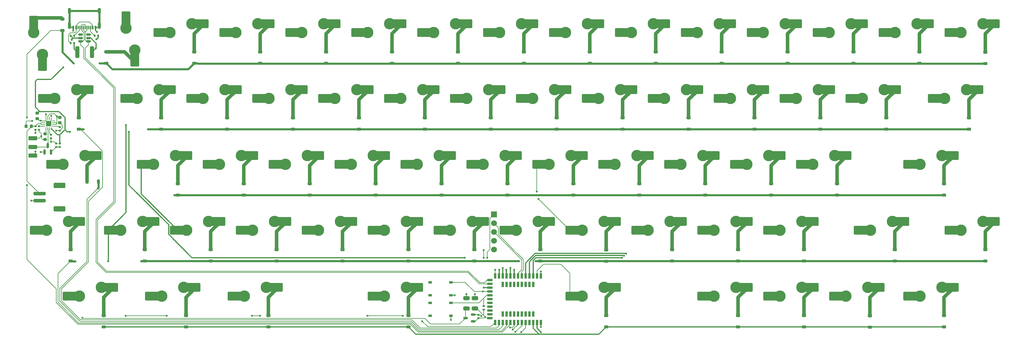
<source format=gbr>
%TF.GenerationSoftware,KiCad,Pcbnew,9.0.1*%
%TF.CreationDate,2025-05-16T22:45:17+09:00*%
%TF.ProjectId,H360,48333630-2e6b-4696-9361-645f70636258,rev?*%
%TF.SameCoordinates,Original*%
%TF.FileFunction,Copper,L2,Bot*%
%TF.FilePolarity,Positive*%
%FSLAX46Y46*%
G04 Gerber Fmt 4.6, Leading zero omitted, Abs format (unit mm)*
G04 Created by KiCad (PCBNEW 9.0.1) date 2025-05-16 22:45:17*
%MOMM*%
%LPD*%
G01*
G04 APERTURE LIST*
G04 Aperture macros list*
%AMRoundRect*
0 Rectangle with rounded corners*
0 $1 Rounding radius*
0 $2 $3 $4 $5 $6 $7 $8 $9 X,Y pos of 4 corners*
0 Add a 4 corners polygon primitive as box body*
4,1,4,$2,$3,$4,$5,$6,$7,$8,$9,$2,$3,0*
0 Add four circle primitives for the rounded corners*
1,1,$1+$1,$2,$3*
1,1,$1+$1,$4,$5*
1,1,$1+$1,$6,$7*
1,1,$1+$1,$8,$9*
0 Add four rect primitives between the rounded corners*
20,1,$1+$1,$2,$3,$4,$5,0*
20,1,$1+$1,$4,$5,$6,$7,0*
20,1,$1+$1,$6,$7,$8,$9,0*
20,1,$1+$1,$8,$9,$2,$3,0*%
G04 Aperture macros list end*
%TA.AperFunction,ComponentPad*%
%ADD10R,1.700000X1.700000*%
%TD*%
%TA.AperFunction,ComponentPad*%
%ADD11C,1.700000*%
%TD*%
%TA.AperFunction,SMDPad,CuDef*%
%ADD12RoundRect,0.225000X0.375000X-0.225000X0.375000X0.225000X-0.375000X0.225000X-0.375000X-0.225000X0*%
%TD*%
%TA.AperFunction,SMDPad,CuDef*%
%ADD13RoundRect,0.135000X-0.185000X0.135000X-0.185000X-0.135000X0.185000X-0.135000X0.185000X0.135000X0*%
%TD*%
%TA.AperFunction,ComponentPad*%
%ADD14C,3.300000*%
%TD*%
%TA.AperFunction,SMDPad,CuDef*%
%ADD15R,1.650000X2.500000*%
%TD*%
%TA.AperFunction,SMDPad,CuDef*%
%ADD16RoundRect,0.250000X1.025000X1.000000X-1.025000X1.000000X-1.025000X-1.000000X1.025000X-1.000000X0*%
%TD*%
%TA.AperFunction,SMDPad,CuDef*%
%ADD17R,2.500000X1.650000*%
%TD*%
%TA.AperFunction,SMDPad,CuDef*%
%ADD18RoundRect,0.250000X-1.000000X1.025000X-1.000000X-1.025000X1.000000X-1.025000X1.000000X1.025000X0*%
%TD*%
%TA.AperFunction,SMDPad,CuDef*%
%ADD19R,0.700000X1.524000*%
%TD*%
%TA.AperFunction,SMDPad,CuDef*%
%ADD20R,1.524000X0.700000*%
%TD*%
%TA.AperFunction,SMDPad,CuDef*%
%ADD21RoundRect,0.150000X-0.512500X-0.150000X0.512500X-0.150000X0.512500X0.150000X-0.512500X0.150000X0*%
%TD*%
%TA.AperFunction,SMDPad,CuDef*%
%ADD22R,1.000000X0.750000*%
%TD*%
%TA.AperFunction,SMDPad,CuDef*%
%ADD23RoundRect,0.250000X-0.312500X-1.450000X0.312500X-1.450000X0.312500X1.450000X-0.312500X1.450000X0*%
%TD*%
%TA.AperFunction,SMDPad,CuDef*%
%ADD24RoundRect,0.250000X0.650000X-0.325000X0.650000X0.325000X-0.650000X0.325000X-0.650000X-0.325000X0*%
%TD*%
%TA.AperFunction,SMDPad,CuDef*%
%ADD25R,0.600000X1.140000*%
%TD*%
%TA.AperFunction,SMDPad,CuDef*%
%ADD26R,0.300000X1.140000*%
%TD*%
%TA.AperFunction,ComponentPad*%
%ADD27O,0.900000X2.000000*%
%TD*%
%TA.AperFunction,ComponentPad*%
%ADD28O,0.900000X1.700000*%
%TD*%
%TA.AperFunction,SMDPad,CuDef*%
%ADD29RoundRect,0.250000X1.000000X-0.375000X1.000000X0.375000X-1.000000X0.375000X-1.000000X-0.375000X0*%
%TD*%
%TA.AperFunction,SMDPad,CuDef*%
%ADD30RoundRect,0.150000X0.512500X0.150000X-0.512500X0.150000X-0.512500X-0.150000X0.512500X-0.150000X0*%
%TD*%
%TA.AperFunction,SMDPad,CuDef*%
%ADD31RoundRect,0.200000X-0.275000X0.200000X-0.275000X-0.200000X0.275000X-0.200000X0.275000X0.200000X0*%
%TD*%
%TA.AperFunction,SMDPad,CuDef*%
%ADD32RoundRect,0.147500X-0.147500X-0.172500X0.147500X-0.172500X0.147500X0.172500X-0.147500X0.172500X0*%
%TD*%
%TA.AperFunction,SMDPad,CuDef*%
%ADD33RoundRect,0.250000X1.000000X-1.025000X1.000000X1.025000X-1.000000X1.025000X-1.000000X-1.025000X0*%
%TD*%
%TA.AperFunction,SMDPad,CuDef*%
%ADD34RoundRect,0.225000X0.225000X0.375000X-0.225000X0.375000X-0.225000X-0.375000X0.225000X-0.375000X0*%
%TD*%
%TA.AperFunction,SMDPad,CuDef*%
%ADD35RoundRect,0.225000X-0.250000X0.225000X-0.250000X-0.225000X0.250000X-0.225000X0.250000X0.225000X0*%
%TD*%
%TA.AperFunction,SMDPad,CuDef*%
%ADD36RoundRect,0.140000X0.170000X-0.140000X0.170000X0.140000X-0.170000X0.140000X-0.170000X-0.140000X0*%
%TD*%
%TA.AperFunction,SMDPad,CuDef*%
%ADD37RoundRect,0.135000X0.185000X-0.135000X0.185000X0.135000X-0.185000X0.135000X-0.185000X-0.135000X0*%
%TD*%
%TA.AperFunction,SMDPad,CuDef*%
%ADD38RoundRect,0.225000X0.225000X0.250000X-0.225000X0.250000X-0.225000X-0.250000X0.225000X-0.250000X0*%
%TD*%
%TA.AperFunction,SMDPad,CuDef*%
%ADD39RoundRect,0.062500X-0.375000X-0.062500X0.375000X-0.062500X0.375000X0.062500X-0.375000X0.062500X0*%
%TD*%
%TA.AperFunction,SMDPad,CuDef*%
%ADD40RoundRect,0.062500X-0.062500X-0.375000X0.062500X-0.375000X0.062500X0.375000X-0.062500X0.375000X0*%
%TD*%
%TA.AperFunction,HeatsinkPad*%
%ADD41R,1.600000X1.600000*%
%TD*%
%TA.AperFunction,SMDPad,CuDef*%
%ADD42RoundRect,0.135000X0.135000X0.185000X-0.135000X0.185000X-0.135000X-0.185000X0.135000X-0.185000X0*%
%TD*%
%TA.AperFunction,SMDPad,CuDef*%
%ADD43RoundRect,0.150000X0.150000X-0.587500X0.150000X0.587500X-0.150000X0.587500X-0.150000X-0.587500X0*%
%TD*%
%TA.AperFunction,SMDPad,CuDef*%
%ADD44RoundRect,0.250000X-1.500000X0.250000X-1.500000X-0.250000X1.500000X-0.250000X1.500000X0.250000X0*%
%TD*%
%TA.AperFunction,SMDPad,CuDef*%
%ADD45RoundRect,0.250001X-1.449999X0.499999X-1.449999X-0.499999X1.449999X-0.499999X1.449999X0.499999X0*%
%TD*%
%TA.AperFunction,ViaPad*%
%ADD46C,0.600000*%
%TD*%
%TA.AperFunction,Conductor*%
%ADD47C,0.300000*%
%TD*%
%TA.AperFunction,Conductor*%
%ADD48C,0.200000*%
%TD*%
%TA.AperFunction,Conductor*%
%ADD49C,0.600000*%
%TD*%
%TA.AperFunction,Conductor*%
%ADD50C,1.000000*%
%TD*%
%TA.AperFunction,Conductor*%
%ADD51C,0.150000*%
%TD*%
G04 APERTURE END LIST*
D10*
%TO.P,REF\u002A\u002A,1*%
%TO.N,+3.3V*%
X206500000Y-162000000D03*
D11*
%TO.P,REF\u002A\u002A,2*%
%TO.N,SWDIO*%
X206500000Y-164540000D03*
%TO.P,REF\u002A\u002A,3*%
%TO.N,SWDCLK*%
X206500000Y-167080000D03*
%TO.P,REF\u002A\u002A,4*%
%TO.N,GND*%
X206500000Y-169620000D03*
%TO.P,REF\u002A\u002A,5*%
%TO.N,RST*%
X206500000Y-172160000D03*
%TD*%
D12*
%TO.P,D49,1,K*%
%TO.N,ROW3*%
X162718750Y-175481250D03*
%TO.P,D49,2,A*%
%TO.N,Net-(D49-A)*%
X162718750Y-172181250D03*
%TD*%
D13*
%TO.P,R7,1*%
%TO.N,Net-(U5-TS)*%
X75000000Y-136490000D03*
%TO.P,R7,2*%
%TO.N,GND*%
X75000000Y-137510000D03*
%TD*%
D12*
%TO.P,D60,1,K*%
%TO.N,ROW4*%
X117475000Y-194531250D03*
%TO.P,D60,2,A*%
%TO.N,Net-(D60-A)*%
X117475000Y-191231250D03*
%TD*%
D14*
%TO.P,MX21,1,1*%
%TO.N,COL6*%
X179546250Y-128428750D03*
D15*
X177721250Y-128428750D03*
D16*
X175996250Y-128428750D03*
%TO.P,MX21,2,2*%
%TO.N,Net-(D23-A)*%
X189446250Y-125888750D03*
D15*
X187696250Y-125888750D03*
D14*
X185896250Y-125888750D03*
%TD*%
D12*
%TO.P,D45,1,K*%
%TO.N,ROW3*%
X84137500Y-175481250D03*
%TO.P,D45,2,A*%
%TO.N,Net-(D45-A)*%
X84137500Y-172181250D03*
%TD*%
%TO.P,D42,1,K*%
%TO.N,ROW2*%
X286543750Y-156431250D03*
%TO.P,D42,2,A*%
%TO.N,Net-(D42-A)*%
X286543750Y-153131250D03*
%TD*%
D14*
%TO.P,MX61,1,1*%
%TO.N,COL8*%
X231933750Y-185578750D03*
D15*
X230108750Y-185578750D03*
D16*
X228383750Y-185578750D03*
%TO.P,MX61,2,2*%
%TO.N,Net-(D63-A)*%
X241833750Y-183038750D03*
D15*
X240083750Y-183038750D03*
D14*
X238283750Y-183038750D03*
%TD*%
%TO.P,MX9,1,1*%
%TO.N,COL8*%
X227171250Y-109378750D03*
D15*
X225346250Y-109378750D03*
D16*
X223621250Y-109378750D03*
%TO.P,MX9,2,2*%
%TO.N,Net-(D11-A)*%
X237071250Y-106838750D03*
D15*
X235321250Y-106838750D03*
D14*
X233521250Y-106838750D03*
%TD*%
D12*
%TO.P,D6,1,K*%
%TO.N,ROW0*%
X138906250Y-118331250D03*
%TO.P,D6,2,A*%
%TO.N,Net-(D6-A)*%
X138906250Y-115031250D03*
%TD*%
D14*
%TO.P,MX5,1,1*%
%TO.N,COL4*%
X150971250Y-109378750D03*
D15*
X149146250Y-109378750D03*
D16*
X147421250Y-109378750D03*
%TO.P,MX5,2,2*%
%TO.N,Net-(D7-A)*%
X160871250Y-106838750D03*
D15*
X159121250Y-106838750D03*
D14*
X157321250Y-106838750D03*
%TD*%
D12*
%TO.P,D5,1,K*%
%TO.N,ROW0*%
X119856250Y-118268750D03*
%TO.P,D5,2,A*%
%TO.N,Net-(D5-A)*%
X119856250Y-114968750D03*
%TD*%
D14*
%TO.P,MX26,1,1*%
%TO.N,COL11*%
X274796250Y-128428750D03*
D15*
X272971250Y-128428750D03*
D16*
X271246250Y-128428750D03*
%TO.P,MX26,2,2*%
%TO.N,Net-(D28-A)*%
X284696250Y-125888750D03*
D15*
X282946250Y-125888750D03*
D14*
X281146250Y-125888750D03*
%TD*%
%TO.P,MX1,1,1*%
%TO.N,COL0*%
X76041250Y-115728750D03*
D17*
X76041250Y-117553750D03*
D18*
X76041250Y-119278750D03*
%TO.P,MX1,2,2*%
%TO.N,Net-(D3-A)*%
X73501250Y-105828750D03*
D17*
X73501250Y-107578750D03*
D14*
X73501250Y-109378750D03*
%TD*%
%TO.P,MX10,1,1*%
%TO.N,COL9*%
X246221250Y-109378750D03*
D15*
X244396250Y-109378750D03*
D16*
X242671250Y-109378750D03*
%TO.P,MX10,2,2*%
%TO.N,Net-(D12-A)*%
X256121250Y-106838750D03*
D15*
X254371250Y-106838750D03*
D14*
X252571250Y-106838750D03*
%TD*%
%TO.P,MX19,1,1*%
%TO.N,COL4*%
X141446250Y-128428750D03*
D15*
X139621250Y-128428750D03*
D16*
X137896250Y-128428750D03*
%TO.P,MX19,2,2*%
%TO.N,Net-(D21-A)*%
X151346250Y-125888750D03*
D15*
X149596250Y-125888750D03*
D14*
X147796250Y-125888750D03*
%TD*%
D12*
%TO.P,D47,1,K*%
%TO.N,ROW3*%
X124618750Y-175481250D03*
%TO.P,D47,2,A*%
%TO.N,Net-(D47-A)*%
X124618750Y-172181250D03*
%TD*%
%TO.P,D19,1,K*%
%TO.N,ROW1*%
X110331250Y-137318750D03*
%TO.P,D19,2,A*%
%TO.N,Net-(D19-A)*%
X110331250Y-134018750D03*
%TD*%
%TO.P,D55,1,K*%
%TO.N,ROW3*%
X277018750Y-175481250D03*
%TO.P,D55,2,A*%
%TO.N,Net-(D55-A)*%
X277018750Y-172181250D03*
%TD*%
D19*
%TO.P,U3,1,GND*%
%TO.N,GND*%
X219981000Y-193250000D03*
%TO.P,U3,2,P1.11-LF*%
%TO.N,COL14*%
X218881000Y-193250000D03*
%TO.P,U3,3,P1.10-LF*%
%TO.N,ROW4*%
X217781000Y-193250000D03*
%TO.P,U3,4,P1.13-LF*%
%TO.N,unconnected-(U3-P1.13-LF-Pad4)*%
X216681000Y-193250000D03*
%TO.P,U3,5,P1.15-LF*%
%TO.N,COL1*%
X215581000Y-193250000D03*
%TO.P,U3,6,P0.03-LF-A*%
%TO.N,COL2*%
X214481000Y-193250000D03*
%TO.P,U3,7,P0.02-LF-A*%
%TO.N,COL3*%
X213381000Y-193250000D03*
%TO.P,U3,8,P0.28-LF-A*%
%TO.N,COL4*%
X212281000Y-193250000D03*
%TO.P,U3,9,P0.29-LF-A*%
%TO.N,ROW0*%
X211181000Y-193250000D03*
%TO.P,U3,10,P0.30-LF-A*%
%TO.N,ROW3*%
X210081000Y-193250000D03*
%TO.P,U3,11,P0.31-LF-A*%
%TO.N,ROW2*%
X208981000Y-193250000D03*
%TO.P,U3,12,P0.04-A*%
%TO.N,ROW1*%
X207881000Y-193250000D03*
%TO.P,U3,13,P0.05-A*%
%TO.N,COL0*%
X206781000Y-193250000D03*
D20*
%TO.P,U3,14,VDD_nRF*%
%TO.N,+3.3V*%
X205281000Y-192000000D03*
%TO.P,U3,15,P0.07*%
%TO.N,unconnected-(U3-P0.07-Pad15)*%
X205281000Y-190900000D03*
%TO.P,U3,16,P1.09*%
%TO.N,unconnected-(U3-P1.09-Pad16)*%
X205281000Y-189800000D03*
%TO.P,U3,17,P0.12*%
%TO.N,unconnected-(U3-P0.12-Pad17)*%
X205281000Y-188700000D03*
%TO.P,U3,18,P0.23*%
%TO.N,unconnected-(U3-P0.23-Pad18)*%
X205281000Y-187600000D03*
%TO.P,U3,19,P0.21*%
%TO.N,unconnected-(U3-P0.21-Pad19)*%
X205281000Y-186500000D03*
%TO.P,U3,20,P0.19*%
%TO.N,BOOT*%
X205281000Y-185400000D03*
%TO.P,U3,21,P0.18-RESET*%
%TO.N,RST*%
X205281000Y-184300000D03*
%TO.P,U3,22,VBUS*%
%TO.N,+5V*%
X205281000Y-183200000D03*
%TO.P,U3,23,D-*%
%TO.N,D-*%
X205281000Y-182100000D03*
%TO.P,U3,24,D+*%
%TO.N,D+*%
X205281000Y-181000000D03*
D19*
%TO.P,U3,25,GND*%
%TO.N,GND*%
X206781000Y-179750000D03*
%TO.P,U3,26,P0.22*%
%TO.N,COL5*%
X207881000Y-179750000D03*
%TO.P,U3,27,P1.00*%
%TO.N,COL6*%
X208981000Y-179750000D03*
%TO.P,U3,28,P1.03-LF*%
%TO.N,COL7*%
X210081000Y-179750000D03*
%TO.P,U3,29,P1.01-LF*%
%TO.N,COL9*%
X211181000Y-179750000D03*
%TO.P,U3,30,P1.02-LF*%
%TO.N,COL10*%
X212281000Y-179750000D03*
%TO.P,U3,31,SWDCLK*%
%TO.N,SWDCLK*%
X213381000Y-179750000D03*
%TO.P,U3,32,SWDIO*%
%TO.N,SWDIO*%
X214481000Y-179750000D03*
%TO.P,U3,33,P1.04-LF*%
%TO.N,COL11*%
X215581000Y-179750000D03*
%TO.P,U3,34,P1.06-LF*%
%TO.N,COL12*%
X216681000Y-179750000D03*
%TO.P,U3,35,P0.09-LF-NFC*%
%TO.N,COL13*%
X217781000Y-179750000D03*
%TO.P,U3,36,P0.10-LF-NFC*%
%TO.N,COL8*%
X218881000Y-179750000D03*
%TO.P,U3,37,GND*%
%TO.N,GND*%
X219981000Y-179750000D03*
%TO.P,U3,38,P1.14-LF*%
%TO.N,unconnected-(U3-P1.14-LF-Pad38)*%
X217781000Y-190750000D03*
%TO.P,U3,39,P1.12-LF*%
%TO.N,unconnected-(U3-P1.12-LF-Pad39)*%
X216681000Y-190750000D03*
%TO.P,U3,40,P0.25*%
%TO.N,unconnected-(U3-P0.25-Pad40)*%
X215581000Y-190750000D03*
%TO.P,U3,41,P0.11*%
%TO.N,unconnected-(U3-P0.11-Pad41)*%
X214481000Y-190750000D03*
%TO.P,U3,42,P1.08*%
%TO.N,unconnected-(U3-P1.08-Pad42)*%
X213381000Y-190750000D03*
%TO.P,U3,43,P0.27*%
%TO.N,unconnected-(U3-P0.27-Pad43)*%
X212281000Y-190750000D03*
%TO.P,U3,44,P0.08*%
%TO.N,unconnected-(U3-P0.08-Pad44)*%
X211181000Y-190750000D03*
%TO.P,U3,45,P0.06*%
%TO.N,unconnected-(U3-P0.06-Pad45)*%
X210081000Y-190750000D03*
%TO.P,U3,46,P0.26*%
%TO.N,unconnected-(U3-P0.26-Pad46)*%
X208981000Y-190750000D03*
%TO.P,U3,47,P1.07-LF*%
%TO.N,unconnected-(U3-P1.07-LF-Pad47)*%
X217781000Y-182250000D03*
%TO.P,U3,48,P1.05-LF*%
%TO.N,unconnected-(U3-P1.05-LF-Pad48)*%
X216681000Y-182250000D03*
%TO.P,U3,49,P0.24*%
%TO.N,unconnected-(U3-P0.24-Pad49)*%
X215581000Y-182250000D03*
%TO.P,U3,50,P0.20*%
%TO.N,unconnected-(U3-P0.20-Pad50)*%
X214481000Y-182250000D03*
%TO.P,U3,51,P0.17*%
%TO.N,unconnected-(U3-P0.17-Pad51)*%
X213381000Y-182250000D03*
%TO.P,U3,52,P0.15*%
%TO.N,unconnected-(U3-P0.15-Pad52)*%
X212281000Y-182250000D03*
%TO.P,U3,53,P0.14*%
%TO.N,unconnected-(U3-P0.14-Pad53)*%
X211181000Y-182250000D03*
%TO.P,U3,54,P0.13*%
%TO.N,unconnected-(U3-P0.13-Pad54)*%
X210081000Y-182250000D03*
%TO.P,U3,55,P0.16*%
%TO.N,unconnected-(U3-P0.16-Pad55)*%
X208981000Y-182250000D03*
%TD*%
D14*
%TO.P,MX45,1,1*%
%TO.N,COL2*%
X117633750Y-166528750D03*
D15*
X115808750Y-166528750D03*
D16*
X114083750Y-166528750D03*
%TO.P,MX45,2,2*%
%TO.N,Net-(D47-A)*%
X127533750Y-163988750D03*
D15*
X125783750Y-163988750D03*
D14*
X123983750Y-163988750D03*
%TD*%
D21*
%TO.P,U1,1,IO1*%
%TO.N,D-*%
X87042500Y-111950000D03*
%TO.P,U1,2,VN*%
%TO.N,GND*%
X87042500Y-111000000D03*
%TO.P,U1,3,IO2*%
%TO.N,unconnected-(U1-IO2-Pad3)*%
X87042500Y-110050000D03*
%TO.P,U1,4,IO3*%
%TO.N,unconnected-(U1-IO3-Pad4)*%
X89317500Y-110050000D03*
%TO.P,U1,5,VP*%
%TO.N,+5V*%
X89317500Y-111000000D03*
%TO.P,U1,6,IO4*%
%TO.N,D+*%
X89317500Y-111950000D03*
%TD*%
D14*
%TO.P,MX63,1,1*%
%TO.N,COL11*%
X289083750Y-185578750D03*
D15*
X287258750Y-185578750D03*
D16*
X285533750Y-185578750D03*
%TO.P,MX63,2,2*%
%TO.N,Net-(D65-A)*%
X298983750Y-183038750D03*
D15*
X297233750Y-183038750D03*
D14*
X295433750Y-183038750D03*
%TD*%
D12*
%TO.P,D14,1,K*%
%TO.N,ROW0*%
X291306250Y-118331250D03*
%TO.P,D14,2,A*%
%TO.N,Net-(D14-A)*%
X291306250Y-115031250D03*
%TD*%
%TO.P,D24,1,K*%
%TO.N,ROW1*%
X205581250Y-137381250D03*
%TO.P,D24,2,A*%
%TO.N,Net-(D24-A)*%
X205581250Y-134081250D03*
%TD*%
D14*
%TO.P,MX35,1,1*%
%TO.N,COL6*%
X184308750Y-147478750D03*
D15*
X182483750Y-147478750D03*
D16*
X180758750Y-147478750D03*
%TO.P,MX35,2,2*%
%TO.N,Net-(D37-A)*%
X194208750Y-144938750D03*
D15*
X192458750Y-144938750D03*
D14*
X190658750Y-144938750D03*
%TD*%
%TO.P,MX16,1,1*%
%TO.N,COL0*%
X79533750Y-128428750D03*
D15*
X77708750Y-128428750D03*
D16*
X75983750Y-128428750D03*
%TO.P,MX16,2,2*%
%TO.N,Net-(D18-A)*%
X89433750Y-125888750D03*
D15*
X87683750Y-125888750D03*
D14*
X85883750Y-125888750D03*
%TD*%
%TO.P,MX53,1,1*%
%TO.N,COL10*%
X270033750Y-166528750D03*
D15*
X268208750Y-166528750D03*
D16*
X266483750Y-166528750D03*
%TO.P,MX53,2,2*%
%TO.N,Net-(D55-A)*%
X279933750Y-163988750D03*
D15*
X278183750Y-163988750D03*
D14*
X276383750Y-163988750D03*
%TD*%
D22*
%TO.P,SW3,1,1*%
%TO.N,BOOT*%
X194000000Y-187537500D03*
X188000000Y-187537500D03*
%TO.P,SW3,2,2*%
%TO.N,GND*%
X194000000Y-191287500D03*
X188000000Y-191287500D03*
%TD*%
D14*
%TO.P,MX30,1,1*%
%TO.N,COL0*%
X81915000Y-147478750D03*
D15*
X80090000Y-147478750D03*
D16*
X78365000Y-147478750D03*
%TO.P,MX30,2,2*%
%TO.N,Net-(D32-A)*%
X91815000Y-144938750D03*
D15*
X90065000Y-144938750D03*
D14*
X88265000Y-144938750D03*
%TD*%
D12*
%TO.P,D38,1,K*%
%TO.N,ROW2*%
X210343750Y-156431250D03*
%TO.P,D38,2,A*%
%TO.N,Net-(D38-A)*%
X210343750Y-153131250D03*
%TD*%
D23*
%TO.P,F1,1*%
%TO.N,Net-(F1-Pad1)*%
X86042500Y-115093750D03*
%TO.P,F1,2*%
%TO.N,+5V*%
X90317500Y-115093750D03*
%TD*%
D12*
%TO.P,D36,1,K*%
%TO.N,ROW2*%
X172243750Y-156431250D03*
%TO.P,D36,2,A*%
%TO.N,Net-(D36-A)*%
X172243750Y-153131250D03*
%TD*%
D14*
%TO.P,MX23,1,1*%
%TO.N,COL8*%
X217646250Y-128428750D03*
D15*
X215821250Y-128428750D03*
D16*
X214096250Y-128428750D03*
%TO.P,MX23,2,2*%
%TO.N,Net-(D25-A)*%
X227546250Y-125888750D03*
D15*
X225796250Y-125888750D03*
D14*
X223996250Y-125888750D03*
%TD*%
%TO.P,MX11,1,1*%
%TO.N,COL10*%
X265271250Y-109378750D03*
D15*
X263446250Y-109378750D03*
D16*
X261721250Y-109378750D03*
%TO.P,MX11,2,2*%
%TO.N,Net-(D13-A)*%
X275171250Y-106838750D03*
D15*
X273421250Y-106838750D03*
D14*
X271621250Y-106838750D03*
%TD*%
D12*
%TO.P,D3,1,K*%
%TO.N,ROW0*%
X81756250Y-108806250D03*
%TO.P,D3,2,A*%
%TO.N,Net-(D3-A)*%
X81756250Y-105506250D03*
%TD*%
D24*
%TO.P,C7,1*%
%TO.N,+3.3V*%
X201000000Y-189200000D03*
%TO.P,C7,2*%
%TO.N,GND*%
X201000000Y-186250000D03*
%TD*%
D14*
%TO.P,MX46,1,1*%
%TO.N,COL3*%
X136683750Y-166528750D03*
D15*
X134858750Y-166528750D03*
D16*
X133133750Y-166528750D03*
%TO.P,MX46,2,2*%
%TO.N,Net-(D48-A)*%
X146583750Y-163988750D03*
D15*
X144833750Y-163988750D03*
D14*
X143033750Y-163988750D03*
%TD*%
D12*
%TO.P,D11,1,K*%
%TO.N,ROW0*%
X234156250Y-118331250D03*
%TO.P,D11,2,A*%
%TO.N,Net-(D11-A)*%
X234156250Y-115031250D03*
%TD*%
%TO.P,D23,1,K*%
%TO.N,ROW1*%
X186531250Y-137381250D03*
%TO.P,D23,2,A*%
%TO.N,Net-(D23-A)*%
X186531250Y-134081250D03*
%TD*%
%TO.P,D12,1,K*%
%TO.N,ROW0*%
X253206250Y-118331250D03*
%TO.P,D12,2,A*%
%TO.N,Net-(D12-A)*%
X253206250Y-115031250D03*
%TD*%
D14*
%TO.P,MX18,1,1*%
%TO.N,COL3*%
X122396250Y-128428750D03*
D15*
X120571250Y-128428750D03*
D16*
X118846250Y-128428750D03*
%TO.P,MX18,2,2*%
%TO.N,Net-(D20-A)*%
X132296250Y-125888750D03*
D15*
X130546250Y-125888750D03*
D14*
X128746250Y-125888750D03*
%TD*%
%TO.P,MX49,1,1*%
%TO.N,COL6*%
X193833750Y-166528750D03*
D15*
X192008750Y-166528750D03*
D16*
X190283750Y-166528750D03*
%TO.P,MX49,2,2*%
%TO.N,Net-(D51-A)*%
X203733750Y-163988750D03*
D15*
X201983750Y-163988750D03*
D14*
X200183750Y-163988750D03*
%TD*%
D25*
%TO.P,J1,A1_B12,GND*%
%TO.N,GND*%
X84906250Y-107937500D03*
%TO.P,J1,A4_B9,VBUS*%
%TO.N,Net-(J1-VBUS-PadA4_B9)*%
X85706250Y-107937500D03*
D26*
%TO.P,J1,A5,CC1*%
%TO.N,Net-(J1-CC1)*%
X86856250Y-107937500D03*
%TO.P,J1,A6,DP1*%
%TO.N,D+*%
X87856250Y-107937500D03*
%TO.P,J1,A7,DN1*%
%TO.N,D-*%
X88356250Y-107937500D03*
%TO.P,J1,A8,SBU1*%
%TO.N,unconnected-(J1-SBU1-PadA8)*%
X89356250Y-107937500D03*
D25*
%TO.P,J1,B1_A12,GND*%
%TO.N,GND*%
X91306250Y-107937500D03*
%TO.P,J1,B4_A9,VBUS*%
%TO.N,Net-(J1-VBUS-PadA4_B9)*%
X90506250Y-107937500D03*
D26*
%TO.P,J1,B5,CC2*%
%TO.N,Net-(J1-CC2)*%
X89856250Y-107937500D03*
%TO.P,J1,B6,DP2*%
%TO.N,D+*%
X88856250Y-107937500D03*
%TO.P,J1,B7,DN2*%
%TO.N,D-*%
X87356250Y-107937500D03*
%TO.P,J1,B8,SBU2*%
%TO.N,unconnected-(J1-SBU2-PadB8)*%
X86356250Y-107937500D03*
D27*
%TO.P,J1,S1,SHIELD*%
%TO.N,GND*%
X83781250Y-107357500D03*
%TO.P,J1,S2,SHIELD*%
X92431250Y-107357500D03*
D28*
%TO.P,J1,S3,SHIELD*%
X83781250Y-103187500D03*
%TO.P,J1,S4,SHIELD*%
X92431250Y-103187500D03*
%TD*%
D12*
%TO.P,D27,1,K*%
%TO.N,ROW1*%
X262731250Y-137381250D03*
%TO.P,D27,2,A*%
%TO.N,Net-(D27-A)*%
X262731250Y-134081250D03*
%TD*%
D22*
%TO.P,SW2,1,1*%
%TO.N,RST*%
X194000000Y-181625000D03*
X188000000Y-181625000D03*
%TO.P,SW2,2,2*%
%TO.N,GND*%
X194000000Y-185375000D03*
X188000000Y-185375000D03*
%TD*%
D12*
%TO.P,D17,1,K*%
%TO.N,ROW0*%
X348456250Y-118393750D03*
%TO.P,D17,2,A*%
%TO.N,Net-(D17-A)*%
X348456250Y-115093750D03*
%TD*%
D14*
%TO.P,MX22,1,1*%
%TO.N,COL7*%
X198596250Y-128428750D03*
D15*
X196771250Y-128428750D03*
D16*
X195046250Y-128428750D03*
%TO.P,MX22,2,2*%
%TO.N,Net-(D24-A)*%
X208496250Y-125888750D03*
D15*
X206746250Y-125888750D03*
D14*
X204946250Y-125888750D03*
%TD*%
D12*
%TO.P,D29,1,K*%
%TO.N,ROW1*%
X300831250Y-137381250D03*
%TO.P,D29,2,A*%
%TO.N,Net-(D29-A)*%
X300831250Y-134081250D03*
%TD*%
%TO.P,D18,1,K*%
%TO.N,ROW1*%
X86518750Y-137318750D03*
%TO.P,D18,2,A*%
%TO.N,Net-(D18-A)*%
X86518750Y-134018750D03*
%TD*%
%TO.P,D62,1,K*%
%TO.N,ROW4*%
X181768750Y-194531250D03*
%TO.P,D62,2,A*%
%TO.N,Net-(D62-A)*%
X181768750Y-191231250D03*
%TD*%
D29*
%TO.P,SW1,1,A*%
%TO.N,Net-(SW1-A)*%
X73250000Y-145000000D03*
%TO.P,SW1,2,B*%
%TO.N,SYSOFF*%
X73250000Y-142500000D03*
%TO.P,SW1,3,C*%
%TO.N,GND*%
X73250000Y-140000000D03*
%TD*%
D12*
%TO.P,D48,1,K*%
%TO.N,ROW3*%
X143668750Y-175481250D03*
%TO.P,D48,2,A*%
%TO.N,Net-(D48-A)*%
X143668750Y-172181250D03*
%TD*%
D14*
%TO.P,MX29,1,1*%
%TO.N,COL14*%
X336708750Y-128428750D03*
D15*
X334883750Y-128428750D03*
D16*
X333158750Y-128428750D03*
%TO.P,MX29,2,2*%
%TO.N,Net-(D31-A)*%
X346608750Y-125888750D03*
D15*
X344858750Y-125888750D03*
D14*
X343058750Y-125888750D03*
%TD*%
D12*
%TO.P,D39,1,K*%
%TO.N,ROW2*%
X229393750Y-156431250D03*
%TO.P,D39,2,A*%
%TO.N,Net-(D39-A)*%
X229393750Y-153131250D03*
%TD*%
D14*
%TO.P,MX39,1,1*%
%TO.N,COL10*%
X260508750Y-147478750D03*
D15*
X258683750Y-147478750D03*
D16*
X256958750Y-147478750D03*
%TO.P,MX39,2,2*%
%TO.N,Net-(D41-A)*%
X270408750Y-144938750D03*
D15*
X268658750Y-144938750D03*
D14*
X266858750Y-144938750D03*
%TD*%
%TO.P,MX4,1,1*%
%TO.N,COL3*%
X131921250Y-109378750D03*
D15*
X130096250Y-109378750D03*
D16*
X128371250Y-109378750D03*
%TO.P,MX4,2,2*%
%TO.N,Net-(D6-A)*%
X141821250Y-106838750D03*
D15*
X140071250Y-106838750D03*
D14*
X138271250Y-106838750D03*
%TD*%
%TO.P,MX55,1,1*%
%TO.N,COL13*%
X315277500Y-166528750D03*
D15*
X313452500Y-166528750D03*
D16*
X311727500Y-166528750D03*
%TO.P,MX55,2,2*%
%TO.N,Net-(D58-A)*%
X325177500Y-163988750D03*
D15*
X323427500Y-163988750D03*
D14*
X321627500Y-163988750D03*
%TD*%
%TO.P,MX56,1,1*%
%TO.N,COL14*%
X341471250Y-166528750D03*
D15*
X339646250Y-166528750D03*
D16*
X337921250Y-166528750D03*
%TO.P,MX56,2,2*%
%TO.N,Net-(D57-A)*%
X351371250Y-163988750D03*
D15*
X349621250Y-163988750D03*
D14*
X347821250Y-163988750D03*
%TD*%
D12*
%TO.P,D53,1,K*%
%TO.N,ROW3*%
X238918750Y-175543750D03*
%TO.P,D53,2,A*%
%TO.N,Net-(D53-A)*%
X238918750Y-172243750D03*
%TD*%
D30*
%TO.P,U4,1,GND*%
%TO.N,GND*%
X200500000Y-190981250D03*
%TO.P,U4,2,VO*%
%TO.N,+3.3V*%
X200500000Y-192881250D03*
%TO.P,U4,3,VI*%
%TO.N,+VSW*%
X198225000Y-191931250D03*
%TD*%
D12*
%TO.P,D37,1,K*%
%TO.N,ROW2*%
X191293750Y-156431250D03*
%TO.P,D37,2,A*%
%TO.N,Net-(D37-A)*%
X191293750Y-153131250D03*
%TD*%
D14*
%TO.P,MX33,1,1*%
%TO.N,COL4*%
X146208750Y-147478750D03*
D15*
X144383750Y-147478750D03*
D16*
X142658750Y-147478750D03*
%TO.P,MX33,2,2*%
%TO.N,Net-(D35-A)*%
X156108750Y-144938750D03*
D15*
X154358750Y-144938750D03*
D14*
X152558750Y-144938750D03*
%TD*%
D31*
%TO.P,R3,1*%
%TO.N,Net-(U5-ISET)*%
X76750000Y-138675000D03*
%TO.P,R3,2*%
%TO.N,GND*%
X76750000Y-140325000D03*
%TD*%
D32*
%TO.P,L1,1*%
%TO.N,Net-(J1-VBUS-PadA4_B9)*%
X84162500Y-112500000D03*
%TO.P,L1,2*%
%TO.N,Net-(F1-Pad1)*%
X85132500Y-112500000D03*
%TD*%
D14*
%TO.P,MX43,1,1*%
%TO.N,COL0*%
X77152500Y-166528750D03*
D15*
X75327500Y-166528750D03*
D16*
X73602500Y-166528750D03*
%TO.P,MX43,2,2*%
%TO.N,Net-(D45-A)*%
X87052500Y-163988750D03*
D15*
X85302500Y-163988750D03*
D14*
X83502500Y-163988750D03*
%TD*%
%TO.P,MX41,1,1*%
%TO.N,COL12*%
X298608750Y-147478750D03*
D15*
X296783750Y-147478750D03*
D16*
X295058750Y-147478750D03*
%TO.P,MX41,2,2*%
%TO.N,Net-(D43-A)*%
X308508750Y-144938750D03*
D15*
X306758750Y-144938750D03*
D14*
X304958750Y-144938750D03*
%TD*%
D12*
%TO.P,D35,1,K*%
%TO.N,ROW2*%
X153193750Y-156431250D03*
%TO.P,D35,2,A*%
%TO.N,Net-(D35-A)*%
X153193750Y-153131250D03*
%TD*%
D13*
%TO.P,R6,1*%
%TO.N,Net-(U5-TMR)*%
X78500000Y-138990000D03*
%TO.P,R6,2*%
%TO.N,GND*%
X78500000Y-140010000D03*
%TD*%
D12*
%TO.P,D28,1,K*%
%TO.N,ROW1*%
X281781250Y-137381250D03*
%TO.P,D28,2,A*%
%TO.N,Net-(D28-A)*%
X281781250Y-134081250D03*
%TD*%
%TO.P,D57,1,K*%
%TO.N,ROW3*%
X348456250Y-175481250D03*
%TO.P,D57,2,A*%
%TO.N,Net-(D57-A)*%
X348456250Y-172181250D03*
%TD*%
D14*
%TO.P,MX27,1,1*%
%TO.N,COL12*%
X293846250Y-128428750D03*
D15*
X292021250Y-128428750D03*
D16*
X290296250Y-128428750D03*
%TO.P,MX27,2,2*%
%TO.N,Net-(D29-A)*%
X303746250Y-125888750D03*
D15*
X301996250Y-125888750D03*
D14*
X300196250Y-125888750D03*
%TD*%
%TO.P,MX64,1,1*%
%TO.N,COL12*%
X308133750Y-185578750D03*
D15*
X306308750Y-185578750D03*
D16*
X304583750Y-185578750D03*
%TO.P,MX64,2,2*%
%TO.N,Net-(D66-A)*%
X318033750Y-183038750D03*
D15*
X316283750Y-183038750D03*
D14*
X314483750Y-183038750D03*
%TD*%
%TO.P,MX28,1,1*%
%TO.N,COL13*%
X312896250Y-128428750D03*
D15*
X311071250Y-128428750D03*
D16*
X309346250Y-128428750D03*
%TO.P,MX28,2,2*%
%TO.N,Net-(D30-A)*%
X322796250Y-125888750D03*
D15*
X321046250Y-125888750D03*
D14*
X319246250Y-125888750D03*
%TD*%
%TO.P,MX50,1,1*%
%TO.N,COL7*%
X212883750Y-166528750D03*
D15*
X211058750Y-166528750D03*
D16*
X209333750Y-166528750D03*
%TO.P,MX50,2,2*%
%TO.N,Net-(D52-A)*%
X222783750Y-163988750D03*
D15*
X221033750Y-163988750D03*
D14*
X219233750Y-163988750D03*
%TD*%
D12*
%TO.P,D46,1,K*%
%TO.N,ROW3*%
X105568750Y-175481250D03*
%TO.P,D46,2,A*%
%TO.N,Net-(D46-A)*%
X105568750Y-172181250D03*
%TD*%
%TO.P,D31,1,K*%
%TO.N,ROW1*%
X343693750Y-137381250D03*
%TO.P,D31,2,A*%
%TO.N,Net-(D31-A)*%
X343693750Y-134081250D03*
%TD*%
D14*
%TO.P,MX48,1,1*%
%TO.N,COL5*%
X174783750Y-166528750D03*
D15*
X172958750Y-166528750D03*
D16*
X171233750Y-166528750D03*
%TO.P,MX48,2,2*%
%TO.N,Net-(D50-A)*%
X184683750Y-163988750D03*
D15*
X182933750Y-163988750D03*
D14*
X181133750Y-163988750D03*
%TD*%
%TO.P,MX44,1,1*%
%TO.N,COL1*%
X98583750Y-166528750D03*
D15*
X96758750Y-166528750D03*
D16*
X95033750Y-166528750D03*
%TO.P,MX44,2,2*%
%TO.N,Net-(D46-A)*%
X108483750Y-163988750D03*
D15*
X106733750Y-163988750D03*
D14*
X104933750Y-163988750D03*
%TD*%
%TO.P,MX34,1,1*%
%TO.N,COL5*%
X165258750Y-147478750D03*
D15*
X163433750Y-147478750D03*
D16*
X161708750Y-147478750D03*
%TO.P,MX34,2,2*%
%TO.N,Net-(D36-A)*%
X175158750Y-144938750D03*
D15*
X173408750Y-144938750D03*
D14*
X171608750Y-144938750D03*
%TD*%
%TO.P,MX2,1,1*%
%TO.N,COL1*%
X100171250Y-108108750D03*
D17*
X100171250Y-106283750D03*
D33*
X100171250Y-104558750D03*
%TO.P,MX2,2,2*%
%TO.N,Net-(D4-A)*%
X102711250Y-118008750D03*
D17*
X102711250Y-116258750D03*
D14*
X102711250Y-114458750D03*
%TD*%
D12*
%TO.P,D7,1,K*%
%TO.N,ROW0*%
X157956250Y-118268750D03*
%TO.P,D7,2,A*%
%TO.N,Net-(D7-A)*%
X157956250Y-114968750D03*
%TD*%
%TO.P,D9,1,K*%
%TO.N,ROW0*%
X196056250Y-118331250D03*
%TO.P,D9,2,A*%
%TO.N,Net-(D9-A)*%
X196056250Y-115031250D03*
%TD*%
D14*
%TO.P,MX38,1,1*%
%TO.N,COL9*%
X241458750Y-147478750D03*
D15*
X239633750Y-147478750D03*
D16*
X237908750Y-147478750D03*
%TO.P,MX38,2,2*%
%TO.N,Net-(D40-A)*%
X251358750Y-144938750D03*
D15*
X249608750Y-144938750D03*
D14*
X247808750Y-144938750D03*
%TD*%
%TO.P,MX24,1,1*%
%TO.N,COL9*%
X236696250Y-128428750D03*
D15*
X234871250Y-128428750D03*
D16*
X233146250Y-128428750D03*
%TO.P,MX24,2,2*%
%TO.N,Net-(D26-A)*%
X246596250Y-125888750D03*
D15*
X244846250Y-125888750D03*
D14*
X243046250Y-125888750D03*
%TD*%
%TO.P,MX13,1,1*%
%TO.N,COL12*%
X303371250Y-109378750D03*
D15*
X301546250Y-109378750D03*
D16*
X299821250Y-109378750D03*
%TO.P,MX13,2,2*%
%TO.N,Net-(D15-A)*%
X313271250Y-106838750D03*
D15*
X311521250Y-106838750D03*
D14*
X309721250Y-106838750D03*
%TD*%
%TO.P,MX3,1,1*%
%TO.N,COL2*%
X112871250Y-109378750D03*
D15*
X111046250Y-109378750D03*
D16*
X109321250Y-109378750D03*
%TO.P,MX3,2,2*%
%TO.N,Net-(D5-A)*%
X122771250Y-106838750D03*
D15*
X121021250Y-106838750D03*
D14*
X119221250Y-106838750D03*
%TD*%
%TO.P,MX36,1,1*%
%TO.N,COL7*%
X203358750Y-147478750D03*
D15*
X201533750Y-147478750D03*
D16*
X199808750Y-147478750D03*
%TO.P,MX36,2,2*%
%TO.N,Net-(D38-A)*%
X213258750Y-144938750D03*
D15*
X211508750Y-144938750D03*
D14*
X209708750Y-144938750D03*
%TD*%
%TO.P,MX31,1,1*%
%TO.N,COL2*%
X108108750Y-147478750D03*
D15*
X106283750Y-147478750D03*
D16*
X104558750Y-147478750D03*
%TO.P,MX31,2,2*%
%TO.N,Net-(D33-A)*%
X118008750Y-144938750D03*
D15*
X116258750Y-144938750D03*
D14*
X114458750Y-144938750D03*
%TD*%
D12*
%TO.P,D54,1,K*%
%TO.N,ROW3*%
X257968750Y-175481250D03*
%TO.P,D54,2,A*%
%TO.N,Net-(D54-A)*%
X257968750Y-172181250D03*
%TD*%
D34*
%TO.P,D32,1,K*%
%TO.N,ROW2*%
X92150000Y-152500000D03*
%TO.P,D32,2,A*%
%TO.N,Net-(D32-A)*%
X88850000Y-152500000D03*
%TD*%
D12*
%TO.P,D40,1,K*%
%TO.N,ROW2*%
X248443750Y-156431250D03*
%TO.P,D40,2,A*%
%TO.N,Net-(D40-A)*%
X248443750Y-153131250D03*
%TD*%
%TO.P,D58,1,K*%
%TO.N,ROW3*%
X322262500Y-175481250D03*
%TO.P,D58,2,A*%
%TO.N,Net-(D58-A)*%
X322262500Y-172181250D03*
%TD*%
D14*
%TO.P,MX58,1,1*%
%TO.N,COL2*%
X110490000Y-185578750D03*
D15*
X108665000Y-185578750D03*
D16*
X106940000Y-185578750D03*
%TO.P,MX58,2,2*%
%TO.N,Net-(D60-A)*%
X120390000Y-183038750D03*
D15*
X118640000Y-183038750D03*
D14*
X116840000Y-183038750D03*
%TD*%
D12*
%TO.P,D56,1,K*%
%TO.N,ROW3*%
X296068750Y-175481250D03*
%TO.P,D56,2,A*%
%TO.N,Net-(D56-A)*%
X296068750Y-172181250D03*
%TD*%
%TO.P,D67,1,K*%
%TO.N,ROW4*%
X336550000Y-194531250D03*
%TO.P,D67,2,A*%
%TO.N,Net-(D67-A)*%
X336550000Y-191231250D03*
%TD*%
D13*
%TO.P,R4,1*%
%TO.N,Net-(U5-ILIM)*%
X81000000Y-136740000D03*
%TO.P,R4,2*%
%TO.N,GND*%
X81000000Y-137760000D03*
%TD*%
D12*
%TO.P,D34,1,K*%
%TO.N,ROW2*%
X134143750Y-156431250D03*
%TO.P,D34,2,A*%
%TO.N,Net-(D34-A)*%
X134143750Y-153131250D03*
%TD*%
%TO.P,D20,1,K*%
%TO.N,ROW1*%
X129381250Y-137381250D03*
%TO.P,D20,2,A*%
%TO.N,Net-(D20-A)*%
X129381250Y-134081250D03*
%TD*%
D35*
%TO.P,C3,1*%
%TO.N,+5V*%
X74500000Y-132725000D03*
%TO.P,C3,2*%
%TO.N,GND*%
X74500000Y-134275000D03*
%TD*%
D12*
%TO.P,D43,1,K*%
%TO.N,ROW2*%
X305593750Y-156431250D03*
%TO.P,D43,2,A*%
%TO.N,Net-(D43-A)*%
X305593750Y-153131250D03*
%TD*%
D14*
%TO.P,MX20,1,1*%
%TO.N,COL5*%
X160496250Y-128428750D03*
D15*
X158671250Y-128428750D03*
D16*
X156946250Y-128428750D03*
%TO.P,MX20,2,2*%
%TO.N,Net-(D22-A)*%
X170396250Y-125888750D03*
D15*
X168646250Y-125888750D03*
D14*
X166846250Y-125888750D03*
%TD*%
D12*
%TO.P,D65,1,K*%
%TO.N,ROW4*%
X296068750Y-194531250D03*
%TO.P,D65,2,A*%
%TO.N,Net-(D65-A)*%
X296068750Y-191231250D03*
%TD*%
D36*
%TO.P,C8,1*%
%TO.N,+3.3V*%
X202000000Y-191980000D03*
%TO.P,C8,2*%
%TO.N,GND*%
X202000000Y-191020000D03*
%TD*%
D14*
%TO.P,MX14,1,1*%
%TO.N,COL13*%
X322421250Y-109378750D03*
D15*
X320596250Y-109378750D03*
D16*
X318871250Y-109378750D03*
%TO.P,MX14,2,2*%
%TO.N,Net-(D16-A)*%
X332321250Y-106838750D03*
D15*
X330571250Y-106838750D03*
D14*
X328771250Y-106838750D03*
%TD*%
D12*
%TO.P,D13,1,K*%
%TO.N,ROW0*%
X272256250Y-118331250D03*
%TO.P,D13,2,A*%
%TO.N,Net-(D13-A)*%
X272256250Y-115031250D03*
%TD*%
D14*
%TO.P,MX62,1,1*%
%TO.N,COL10*%
X270033750Y-185578750D03*
D15*
X268208750Y-185578750D03*
D16*
X266483750Y-185578750D03*
%TO.P,MX62,2,2*%
%TO.N,Net-(D64-A)*%
X279933750Y-183038750D03*
D15*
X278183750Y-183038750D03*
D14*
X276383750Y-183038750D03*
%TD*%
D12*
%TO.P,D8,1,K*%
%TO.N,ROW0*%
X177006250Y-118268750D03*
%TO.P,D8,2,A*%
%TO.N,Net-(D8-A)*%
X177006250Y-114968750D03*
%TD*%
%TO.P,D26,1,K*%
%TO.N,ROW1*%
X243681250Y-137381250D03*
%TO.P,D26,2,A*%
%TO.N,Net-(D26-A)*%
X243681250Y-134081250D03*
%TD*%
%TO.P,D21,1,K*%
%TO.N,ROW1*%
X148431250Y-137381250D03*
%TO.P,D21,2,A*%
%TO.N,Net-(D21-A)*%
X148431250Y-134081250D03*
%TD*%
D14*
%TO.P,MX17,1,1*%
%TO.N,COL2*%
X103346250Y-128428750D03*
D15*
X101521250Y-128428750D03*
D16*
X99796250Y-128428750D03*
%TO.P,MX17,2,2*%
%TO.N,Net-(D19-A)*%
X113246250Y-125888750D03*
D15*
X111496250Y-125888750D03*
D14*
X109696250Y-125888750D03*
%TD*%
D12*
%TO.P,D44,1,K*%
%TO.N,ROW2*%
X336550000Y-156431250D03*
%TO.P,D44,2,A*%
%TO.N,Net-(D44-A)*%
X336550000Y-153131250D03*
%TD*%
%TO.P,D30,1,K*%
%TO.N,ROW1*%
X319881250Y-137381250D03*
%TO.P,D30,2,A*%
%TO.N,Net-(D30-A)*%
X319881250Y-134081250D03*
%TD*%
%TO.P,D16,1,K*%
%TO.N,ROW0*%
X329406250Y-118331250D03*
%TO.P,D16,2,A*%
%TO.N,Net-(D16-A)*%
X329406250Y-115031250D03*
%TD*%
D37*
%TO.P,R5,1*%
%TO.N,+3.3V*%
X203500000Y-189520000D03*
%TO.P,R5,2*%
%TO.N,BOOT*%
X203500000Y-188500000D03*
%TD*%
D14*
%TO.P,MX60,1,1*%
%TO.N,COL5*%
X174783750Y-185578750D03*
D15*
X172958750Y-185578750D03*
D16*
X171233750Y-185578750D03*
%TO.P,MX60,2,2*%
%TO.N,Net-(D62-A)*%
X184683750Y-183038750D03*
D15*
X182933750Y-183038750D03*
D14*
X181133750Y-183038750D03*
%TD*%
D12*
%TO.P,D52,1,K*%
%TO.N,ROW3*%
X219868750Y-175481250D03*
%TO.P,D52,2,A*%
%TO.N,Net-(D52-A)*%
X219868750Y-172181250D03*
%TD*%
D14*
%TO.P,MX51,1,1*%
%TO.N,COL8*%
X231933750Y-166528750D03*
D15*
X230108750Y-166528750D03*
D16*
X228383750Y-166528750D03*
%TO.P,MX51,2,2*%
%TO.N,Net-(D53-A)*%
X241833750Y-163988750D03*
D15*
X240083750Y-163988750D03*
D14*
X238283750Y-163988750D03*
%TD*%
D12*
%TO.P,D50,1,K*%
%TO.N,ROW3*%
X181768750Y-175481250D03*
%TO.P,D50,2,A*%
%TO.N,Net-(D50-A)*%
X181768750Y-172181250D03*
%TD*%
%TO.P,D61,1,K*%
%TO.N,ROW4*%
X141287500Y-194531250D03*
%TO.P,D61,2,A*%
%TO.N,Net-(D61-A)*%
X141287500Y-191231250D03*
%TD*%
D14*
%TO.P,MX8,1,1*%
%TO.N,COL7*%
X208121250Y-109378750D03*
D15*
X206296250Y-109378750D03*
D16*
X204571250Y-109378750D03*
%TO.P,MX8,2,2*%
%TO.N,Net-(D10-A)*%
X218021250Y-106838750D03*
D15*
X216271250Y-106838750D03*
D14*
X214471250Y-106838750D03*
%TD*%
D12*
%TO.P,D33,1,K*%
%TO.N,ROW2*%
X115093750Y-156431250D03*
%TO.P,D33,2,A*%
%TO.N,Net-(D33-A)*%
X115093750Y-153131250D03*
%TD*%
%TO.P,D63,1,K*%
%TO.N,ROW4*%
X238918750Y-194531250D03*
%TO.P,D63,2,A*%
%TO.N,Net-(D63-A)*%
X238918750Y-191231250D03*
%TD*%
D14*
%TO.P,MX42,1,1*%
%TO.N,COL14*%
X329565000Y-147478750D03*
D15*
X327740000Y-147478750D03*
D16*
X326015000Y-147478750D03*
%TO.P,MX42,2,2*%
%TO.N,Net-(D44-A)*%
X339465000Y-144938750D03*
D15*
X337715000Y-144938750D03*
D14*
X335915000Y-144938750D03*
%TD*%
D12*
%TO.P,D10,1,K*%
%TO.N,ROW0*%
X215106250Y-118268750D03*
%TO.P,D10,2,A*%
%TO.N,Net-(D10-A)*%
X215106250Y-114968750D03*
%TD*%
D14*
%TO.P,MX32,1,1*%
%TO.N,COL3*%
X127158750Y-147478750D03*
D15*
X125333750Y-147478750D03*
D16*
X123608750Y-147478750D03*
%TO.P,MX32,2,2*%
%TO.N,Net-(D34-A)*%
X137058750Y-144938750D03*
D15*
X135308750Y-144938750D03*
D14*
X133508750Y-144938750D03*
%TD*%
D12*
%TO.P,D51,1,K*%
%TO.N,ROW3*%
X200818750Y-175481250D03*
%TO.P,D51,2,A*%
%TO.N,Net-(D51-A)*%
X200818750Y-172181250D03*
%TD*%
D14*
%TO.P,MX25,1,1*%
%TO.N,COL10*%
X255746250Y-128428750D03*
D15*
X253921250Y-128428750D03*
D16*
X252196250Y-128428750D03*
%TO.P,MX25,2,2*%
%TO.N,Net-(D27-A)*%
X265646250Y-125888750D03*
D15*
X263896250Y-125888750D03*
D14*
X262096250Y-125888750D03*
%TD*%
%TO.P,MX15,1,1*%
%TO.N,COL14*%
X341471250Y-109378750D03*
D15*
X339646250Y-109378750D03*
D16*
X337921250Y-109378750D03*
%TO.P,MX15,2,2*%
%TO.N,Net-(D17-A)*%
X351371250Y-106838750D03*
D15*
X349621250Y-106838750D03*
D14*
X347821250Y-106838750D03*
%TD*%
%TO.P,MX52,1,1*%
%TO.N,COL9*%
X250983750Y-166528750D03*
D15*
X249158750Y-166528750D03*
D16*
X247433750Y-166528750D03*
%TO.P,MX52,2,2*%
%TO.N,Net-(D54-A)*%
X260883750Y-163988750D03*
D15*
X259133750Y-163988750D03*
D14*
X257333750Y-163988750D03*
%TD*%
%TO.P,MX37,1,1*%
%TO.N,COL8*%
X222408750Y-147478750D03*
D15*
X220583750Y-147478750D03*
D16*
X218858750Y-147478750D03*
%TO.P,MX37,2,2*%
%TO.N,Net-(D39-A)*%
X232308750Y-144938750D03*
D15*
X230558750Y-144938750D03*
D14*
X228758750Y-144938750D03*
%TD*%
%TO.P,MX47,1,1*%
%TO.N,COL4*%
X155733750Y-166528750D03*
D15*
X153908750Y-166528750D03*
D16*
X152183750Y-166528750D03*
%TO.P,MX47,2,2*%
%TO.N,Net-(D49-A)*%
X165633750Y-163988750D03*
D15*
X163883750Y-163988750D03*
D14*
X162083750Y-163988750D03*
%TD*%
%TO.P,MX6,1,1*%
%TO.N,COL5*%
X170021250Y-109378750D03*
D15*
X168196250Y-109378750D03*
D16*
X166471250Y-109378750D03*
%TO.P,MX6,2,2*%
%TO.N,Net-(D8-A)*%
X179921250Y-106838750D03*
D15*
X178171250Y-106838750D03*
D14*
X176371250Y-106838750D03*
%TD*%
D38*
%TO.P,C4,1*%
%TO.N,+BATT*%
X72775000Y-136500000D03*
%TO.P,C4,2*%
%TO.N,GND*%
X71225000Y-136500000D03*
%TD*%
D35*
%TO.P,C5,1*%
%TO.N,+VSW*%
X81000000Y-133950000D03*
%TO.P,C5,2*%
%TO.N,GND*%
X81000000Y-135500000D03*
%TD*%
D39*
%TO.P,U5,1,TS*%
%TO.N,Net-(U5-TS)*%
X76350000Y-136500000D03*
%TO.P,U5,2,BAT*%
%TO.N,+BATT*%
X76350000Y-136000000D03*
%TO.P,U5,3,BAT*%
X76350000Y-135500000D03*
%TO.P,U5,4,~{CE}*%
%TO.N,GND*%
X76350000Y-135000000D03*
D40*
%TO.P,U5,5,EN2*%
X77037500Y-134312500D03*
%TO.P,U5,6,EN1*%
%TO.N,+VSW*%
X77537500Y-134312500D03*
%TO.P,U5,7,~{PGOOD}*%
%TO.N,unconnected-(U5-~{PGOOD}-Pad7)*%
X78037500Y-134312500D03*
%TO.P,U5,8,VSS*%
%TO.N,GND*%
X78537500Y-134312500D03*
D39*
%TO.P,U5,9,~{CHG}*%
%TO.N,unconnected-(U5-~{CHG}-Pad9)*%
X79225000Y-135000000D03*
%TO.P,U5,10,OUT*%
%TO.N,+VSW*%
X79225000Y-135500000D03*
%TO.P,U5,11,OUT*%
X79225000Y-136000000D03*
%TO.P,U5,12,ILIM*%
%TO.N,Net-(U5-ILIM)*%
X79225000Y-136500000D03*
D40*
%TO.P,U5,13,IN*%
%TO.N,+5V*%
X78537500Y-137187500D03*
%TO.P,U5,14,TMR*%
%TO.N,Net-(U5-TMR)*%
X78037500Y-137187500D03*
%TO.P,U5,15,SYSOFF*%
%TO.N,SYSOFF*%
X77537500Y-137187500D03*
%TO.P,U5,16,ISET*%
%TO.N,Net-(U5-ISET)*%
X77037500Y-137187500D03*
D41*
%TO.P,U5,17,VSS*%
%TO.N,GND*%
X77787500Y-135750000D03*
%TD*%
D14*
%TO.P,MX7,1,1*%
%TO.N,COL6*%
X189071250Y-109378750D03*
D15*
X187246250Y-109378750D03*
D16*
X185521250Y-109378750D03*
%TO.P,MX7,2,2*%
%TO.N,Net-(D9-A)*%
X198971250Y-106838750D03*
D15*
X197221250Y-106838750D03*
D14*
X195421250Y-106838750D03*
%TD*%
D12*
%TO.P,D66,1,K*%
%TO.N,ROW4*%
X315118750Y-194593750D03*
%TO.P,D66,2,A*%
%TO.N,Net-(D66-A)*%
X315118750Y-191293750D03*
%TD*%
D37*
%TO.P,R9,1*%
%TO.N,Net-(Q1-G)*%
X80000000Y-142510000D03*
%TO.P,R9,2*%
%TO.N,GND*%
X80000000Y-141490000D03*
%TD*%
D42*
%TO.P,R2,1*%
%TO.N,Net-(J1-CC1)*%
X85157500Y-110331250D03*
%TO.P,R2,2*%
%TO.N,GND*%
X84137500Y-110331250D03*
%TD*%
D43*
%TO.P,Q1,1,G*%
%TO.N,Net-(Q1-G)*%
X78500000Y-144000000D03*
%TO.P,Q1,2,S*%
%TO.N,GND*%
X76600000Y-144000000D03*
%TO.P,Q1,3,D*%
%TO.N,SYSOFF*%
X77550000Y-142125000D03*
%TD*%
D13*
%TO.P,R10,1*%
%TO.N,+5V*%
X81000000Y-141500000D03*
%TO.P,R10,2*%
%TO.N,Net-(Q1-G)*%
X81000000Y-142520000D03*
%TD*%
%TO.P,R8,1*%
%TO.N,+BATT*%
X74000000Y-136500000D03*
%TO.P,R8,2*%
%TO.N,Net-(SW1-A)*%
X74000000Y-137520000D03*
%TD*%
D14*
%TO.P,MX54,1,1*%
%TO.N,COL11*%
X289083750Y-166528750D03*
D15*
X287258750Y-166528750D03*
D16*
X285533750Y-166528750D03*
%TO.P,MX54,2,2*%
%TO.N,Net-(D56-A)*%
X298983750Y-163988750D03*
D15*
X297233750Y-163988750D03*
D14*
X295433750Y-163988750D03*
%TD*%
D12*
%TO.P,D64,1,K*%
%TO.N,ROW4*%
X277018750Y-194531250D03*
%TO.P,D64,2,A*%
%TO.N,Net-(D64-A)*%
X277018750Y-191231250D03*
%TD*%
%TO.P,D59,1,K*%
%TO.N,ROW4*%
X93662500Y-194531250D03*
%TO.P,D59,2,A*%
%TO.N,Net-(D59-A)*%
X93662500Y-191231250D03*
%TD*%
D24*
%TO.P,C6,1*%
%TO.N,+VSW*%
X198500000Y-189200000D03*
%TO.P,C6,2*%
%TO.N,GND*%
X198500000Y-186250000D03*
%TD*%
D44*
%TO.P,J2,1,Pin_1*%
%TO.N,+BATT*%
X75150000Y-156000000D03*
%TO.P,J2,2,Pin_2*%
%TO.N,GND*%
X75150000Y-158000000D03*
D45*
%TO.P,J2,MP*%
%TO.N,N/C*%
X80900000Y-153650000D03*
X80900000Y-160350000D03*
%TD*%
D14*
%TO.P,MX65,1,1*%
%TO.N,COL14*%
X329565000Y-185578750D03*
D15*
X327740000Y-185578750D03*
D16*
X326015000Y-185578750D03*
%TO.P,MX65,2,2*%
%TO.N,Net-(D67-A)*%
X339465000Y-183038750D03*
D15*
X337715000Y-183038750D03*
D14*
X335915000Y-183038750D03*
%TD*%
D12*
%TO.P,D4,1,K*%
%TO.N,ROW0*%
X94456250Y-118331250D03*
%TO.P,D4,2,A*%
%TO.N,Net-(D4-A)*%
X94456250Y-115031250D03*
%TD*%
%TO.P,D41,1,K*%
%TO.N,ROW2*%
X267493750Y-156431250D03*
%TO.P,D41,2,A*%
%TO.N,Net-(D41-A)*%
X267493750Y-153131250D03*
%TD*%
D14*
%TO.P,MX40,1,1*%
%TO.N,COL11*%
X279558750Y-147478750D03*
D15*
X277733750Y-147478750D03*
D16*
X276008750Y-147478750D03*
%TO.P,MX40,2,2*%
%TO.N,Net-(D42-A)*%
X289458750Y-144938750D03*
D15*
X287708750Y-144938750D03*
D14*
X285908750Y-144938750D03*
%TD*%
%TO.P,MX12,1,1*%
%TO.N,COL11*%
X284321250Y-109378750D03*
D15*
X282496250Y-109378750D03*
D16*
X280771250Y-109378750D03*
%TO.P,MX12,2,2*%
%TO.N,Net-(D14-A)*%
X294221250Y-106838750D03*
D15*
X292471250Y-106838750D03*
D14*
X290671250Y-106838750D03*
%TD*%
D42*
%TO.P,R1,1*%
%TO.N,GND*%
X92075000Y-110331250D03*
%TO.P,R1,2*%
%TO.N,Net-(J1-CC2)*%
X91055000Y-110331250D03*
%TD*%
D14*
%TO.P,MX59,1,1*%
%TO.N,COL3*%
X134302500Y-185578750D03*
D15*
X132477500Y-185578750D03*
D16*
X130752500Y-185578750D03*
%TO.P,MX59,2,2*%
%TO.N,Net-(D61-A)*%
X144202500Y-183038750D03*
D15*
X142452500Y-183038750D03*
D14*
X140652500Y-183038750D03*
%TD*%
D12*
%TO.P,D25,1,K*%
%TO.N,ROW1*%
X224631250Y-137381250D03*
%TO.P,D25,2,A*%
%TO.N,Net-(D25-A)*%
X224631250Y-134081250D03*
%TD*%
%TO.P,D15,1,K*%
%TO.N,ROW0*%
X310356250Y-118331250D03*
%TO.P,D15,2,A*%
%TO.N,Net-(D15-A)*%
X310356250Y-115031250D03*
%TD*%
%TO.P,D22,1,K*%
%TO.N,ROW1*%
X167481250Y-137381250D03*
%TO.P,D22,2,A*%
%TO.N,Net-(D22-A)*%
X167481250Y-134081250D03*
%TD*%
D14*
%TO.P,MX57,1,1*%
%TO.N,COL1*%
X86677500Y-185578750D03*
D15*
X84852500Y-185578750D03*
D16*
X83127500Y-185578750D03*
%TO.P,MX57,2,2*%
%TO.N,Net-(D59-A)*%
X96577500Y-183038750D03*
D15*
X94827500Y-183038750D03*
D14*
X93027500Y-183038750D03*
%TD*%
D46*
%TO.N,+5V*%
X198000000Y-174500000D03*
X203527164Y-183178634D03*
X91455625Y-113955625D03*
X101000000Y-138118750D03*
X84000000Y-138119750D03*
X82000000Y-119500000D03*
%TO.N,GND*%
X78500000Y-141000000D03*
X80009620Y-137740380D03*
X77000000Y-133000000D03*
X75625000Y-139375000D03*
X194000000Y-192500000D03*
X75478406Y-134921476D03*
X198500000Y-185000000D03*
X202870472Y-191400000D03*
X91750000Y-109250000D03*
X220000000Y-178500000D03*
X84906250Y-108906250D03*
X84500000Y-111500000D03*
X195125000Y-185375000D03*
X201000000Y-185000000D03*
X220000000Y-194500000D03*
X75500000Y-144000000D03*
X72750000Y-158000000D03*
X206781000Y-178000000D03*
X73000000Y-135000000D03*
X78537500Y-133462500D03*
X91625000Y-111375000D03*
%TO.N,+VSW*%
X80168750Y-133668750D03*
X87500000Y-191900000D03*
%TO.N,+3.3V*%
X204500000Y-174500000D03*
X203909500Y-191590500D03*
%TO.N,ROW0*%
X71500000Y-134000000D03*
X71500000Y-153500000D03*
X92500000Y-118331250D03*
X85000000Y-118331250D03*
%TO.N,ROW1*%
X106500000Y-137318750D03*
X87818750Y-137318750D03*
%TO.N,ROW2*%
X92000000Y-154500000D03*
X114068750Y-156431250D03*
%TO.N,ROW3*%
X85500000Y-175500000D03*
X213646510Y-175481250D03*
X218500000Y-175481250D03*
X104500000Y-175500000D03*
%TO.N,COL0*%
X185737500Y-192881250D03*
X136525000Y-191293750D03*
X100012500Y-191293750D03*
X169862500Y-191293750D03*
X111918750Y-191293750D03*
X138906250Y-191293750D03*
X180181250Y-191293750D03*
%TO.N,COL1*%
X214312500Y-196001000D03*
X100171250Y-136171250D03*
X95000000Y-175500000D03*
%TO.N,COL2*%
X212697610Y-195973610D03*
%TO.N,COL3*%
X211931250Y-195262500D03*
%TO.N,COL4*%
X211137500Y-194654891D03*
%TO.N,COL5*%
X208000000Y-178000000D03*
%TO.N,COL6*%
X209000000Y-177500000D03*
%TO.N,COL7*%
X210000000Y-178000000D03*
%TO.N,COL8*%
X219355000Y-157500000D03*
X218858750Y-155358750D03*
%TO.N,COL9*%
X211181000Y-177500000D03*
%TO.N,COL10*%
X212281000Y-178000000D03*
%TO.N,COL11*%
X244631374Y-173368626D03*
%TO.N,COL12*%
X244065687Y-173934313D03*
%TO.N,COL13*%
X243500000Y-174500000D03*
%TO.N,COL14*%
X220000000Y-196000000D03*
%TO.N,Net-(SW1-A)*%
X74000000Y-138456250D03*
X74000000Y-143750000D03*
%TO.N,RST*%
X203500000Y-174500000D03*
X203255741Y-184300000D03*
X203500000Y-172350000D03*
%TD*%
D47*
%TO.N,+5V*%
X112457750Y-165042250D02*
X112500000Y-165000000D01*
X82000000Y-119500000D02*
X78500000Y-123000000D01*
X74000000Y-123500000D02*
X74000000Y-131000000D01*
X80744750Y-132244750D02*
X82500000Y-134000000D01*
X89979999Y-111000000D02*
X89317500Y-111000000D01*
X112500000Y-165000000D02*
X101000000Y-153500000D01*
X198000000Y-174500000D02*
X119173130Y-174500000D01*
X101000000Y-153500000D02*
X101000000Y-138118750D01*
X82500000Y-137500000D02*
X81000000Y-139000000D01*
X91500000Y-113911250D02*
X91500000Y-112520001D01*
X81000000Y-139000000D02*
X81000000Y-141500000D01*
X74000000Y-131000000D02*
X75244750Y-132244750D01*
X80350000Y-139000000D02*
X78537500Y-137187500D01*
X91500000Y-112520001D02*
X89979999Y-111000000D01*
X74500000Y-123000000D02*
X74000000Y-123500000D01*
X84000000Y-138119750D02*
X83119750Y-138119750D01*
X112457750Y-167784620D02*
X112457750Y-165042250D01*
X75244750Y-132244750D02*
X80744750Y-132244750D01*
X81000000Y-139000000D02*
X80350000Y-139000000D01*
X78500000Y-123000000D02*
X74500000Y-123000000D01*
X74980250Y-132244750D02*
X74500000Y-132725000D01*
X90317500Y-115093750D02*
X91455625Y-113955625D01*
X203548530Y-183200000D02*
X205281000Y-183200000D01*
X91455625Y-113955625D02*
X91500000Y-113911250D01*
X82500000Y-134000000D02*
X82500000Y-137500000D01*
X119173130Y-174500000D02*
X112457750Y-167784620D01*
X203527164Y-183178634D02*
X203548530Y-183200000D01*
X83119750Y-138119750D02*
X82500000Y-137500000D01*
X75244750Y-132244750D02*
X74980250Y-132244750D01*
D48*
%TO.N,GND*%
X202000000Y-191020000D02*
X202490472Y-191020000D01*
X81000000Y-135480000D02*
X81000000Y-135500000D01*
D47*
X84906250Y-108906250D02*
X84906250Y-107937500D01*
D48*
X198500000Y-185800000D02*
X198500000Y-185000000D01*
X194000000Y-191287500D02*
X194000000Y-192500000D01*
X220000000Y-179000000D02*
X219981000Y-179019000D01*
D47*
X91306250Y-107937500D02*
X91851250Y-107937500D01*
D48*
X75150000Y-158000000D02*
X72750000Y-158000000D01*
X80980380Y-137740380D02*
X81000000Y-137760000D01*
X81000000Y-137760000D02*
X81000000Y-137750000D01*
X75478406Y-134921476D02*
X75146476Y-134921476D01*
X76042500Y-140292500D02*
X76717500Y-140292500D01*
D47*
X84500000Y-111310750D02*
X84808500Y-111002250D01*
D48*
X81000000Y-137750000D02*
X81750000Y-137000000D01*
X80000000Y-141490000D02*
X79510000Y-141000000D01*
D47*
X92075000Y-110925000D02*
X92075000Y-110331250D01*
D48*
X77037500Y-135000000D02*
X76350000Y-135000000D01*
X219981000Y-193981000D02*
X219981000Y-193250000D01*
D47*
X84906250Y-107937500D02*
X84361250Y-107937500D01*
D48*
X78500000Y-140010000D02*
X78500000Y-141000000D01*
D47*
X84808500Y-111002250D02*
X84137500Y-110331250D01*
D48*
X75625000Y-138635000D02*
X75000000Y-138010000D01*
X75146476Y-134921476D02*
X74500000Y-134275000D01*
X75625000Y-139375000D02*
X75000000Y-140000000D01*
X78486500Y-134785202D02*
X78537500Y-134734202D01*
X81750000Y-136760000D02*
X81755000Y-136755000D01*
X75625000Y-139375000D02*
X75625000Y-139875000D01*
D47*
X87040250Y-111002250D02*
X84808500Y-111002250D01*
D48*
X75625000Y-139875000D02*
X76042500Y-140292500D01*
X80009620Y-137740380D02*
X80980380Y-137740380D01*
X220000000Y-178500000D02*
X220000000Y-179000000D01*
X77000000Y-133000000D02*
X77037500Y-133037500D01*
X73000000Y-135000000D02*
X71500000Y-135000000D01*
X71500000Y-135000000D02*
X71225000Y-135275000D01*
X75000000Y-140000000D02*
X73250000Y-140000000D01*
X201000000Y-185800000D02*
X201000000Y-185000000D01*
X81750000Y-137000000D02*
X81750000Y-136760000D01*
D47*
X91750000Y-109250000D02*
X91306250Y-108806250D01*
D48*
X201961250Y-190981250D02*
X202000000Y-191020000D01*
X78537500Y-134734202D02*
X78537500Y-134312500D01*
X71225000Y-135275000D02*
X71225000Y-136500000D01*
X77037500Y-133037500D02*
X77037500Y-134312500D01*
D47*
X91851250Y-107937500D02*
X92431250Y-107357500D01*
X91306250Y-108806250D02*
X91306250Y-107937500D01*
D48*
X75625000Y-139375000D02*
X75625000Y-138635000D01*
X75556930Y-135000000D02*
X76350000Y-135000000D01*
X79510000Y-141000000D02*
X78500000Y-141000000D01*
X200500000Y-190981250D02*
X201961250Y-190981250D01*
X81755000Y-136255000D02*
X81000000Y-135500000D01*
X78537500Y-133462500D02*
X78537500Y-134312500D01*
D47*
X84500000Y-111500000D02*
X84500000Y-111310750D01*
X87042500Y-111000000D02*
X87040250Y-111002250D01*
D48*
X81755000Y-136755000D02*
X81755000Y-136255000D01*
X75000000Y-138010000D02*
X75000000Y-137510000D01*
X206781000Y-178000000D02*
X206781000Y-179750000D01*
X77787500Y-135750000D02*
X77037500Y-135000000D01*
X195125000Y-185375000D02*
X194000000Y-185375000D01*
X77787500Y-135750000D02*
X78486500Y-135051000D01*
X220000000Y-194000000D02*
X219981000Y-193981000D01*
X202490472Y-191020000D02*
X202870472Y-191400000D01*
X77037500Y-135000000D02*
X77037500Y-134312500D01*
D47*
X91625000Y-111375000D02*
X92075000Y-110925000D01*
D49*
X92431250Y-103187500D02*
X92431250Y-107357500D01*
D47*
X84361250Y-107937500D02*
X83781250Y-107357500D01*
D48*
X219981000Y-179019000D02*
X219981000Y-179750000D01*
X75478406Y-134921476D02*
X75556930Y-135000000D01*
D49*
X83781250Y-103187500D02*
X83781250Y-107357500D01*
D48*
X76600000Y-144000000D02*
X75500000Y-144000000D01*
X220000000Y-194500000D02*
X220000000Y-194000000D01*
X78486500Y-135051000D02*
X78486500Y-134785202D01*
D49*
X83781250Y-103187500D02*
X92431250Y-103187500D01*
D48*
%TO.N,+BATT*%
X75150000Y-156000000D02*
X71500000Y-152350000D01*
X71500000Y-152350000D02*
X71500000Y-137980000D01*
X73000000Y-136500000D02*
X72775000Y-136500000D01*
X74750000Y-135750000D02*
X74000000Y-136500000D01*
X74000000Y-136500000D02*
X73000000Y-136500000D01*
X75637500Y-135500000D02*
X76350000Y-135500000D01*
X72775000Y-136705000D02*
X72775000Y-136500000D01*
X75387500Y-135750000D02*
X74750000Y-135750000D01*
X75637500Y-136000000D02*
X75387500Y-135750000D01*
X76350000Y-136000000D02*
X75637500Y-136000000D01*
X73000000Y-136500000D02*
X72980000Y-136500000D01*
X75387500Y-135750000D02*
X75637500Y-135500000D01*
X71500000Y-137980000D02*
X72775000Y-136705000D01*
%TO.N,+VSW*%
X79225000Y-135500000D02*
X79937500Y-135500000D01*
X77537500Y-133612557D02*
X78288557Y-132861500D01*
X77537500Y-134312500D02*
X77537500Y-133612557D01*
X198225000Y-191931250D02*
X198225000Y-189475000D01*
X186476000Y-192032250D02*
X188118750Y-193675000D01*
X80168750Y-133688750D02*
X80430000Y-133950000D01*
X79900000Y-136000000D02*
X79225000Y-136000000D01*
X80168750Y-133668750D02*
X80168750Y-133688750D01*
X79361500Y-132861500D02*
X80168750Y-133668750D01*
X87500000Y-191900000D02*
X87632250Y-192032250D01*
X78288557Y-132861500D02*
X79361500Y-132861500D01*
X80168750Y-133668750D02*
X80168750Y-135731250D01*
X79937500Y-135500000D02*
X80168750Y-135731250D01*
X87632250Y-192032250D02*
X186476000Y-192032250D01*
X80168750Y-135731250D02*
X79900000Y-136000000D01*
X198225000Y-189475000D02*
X198500000Y-189200000D01*
X196481250Y-193675000D02*
X198225000Y-191931250D01*
X188118750Y-193675000D02*
X196481250Y-193675000D01*
X80430000Y-133950000D02*
X81000000Y-133950000D01*
%TO.N,+3.3V*%
X201098750Y-192881250D02*
X202000000Y-191980000D01*
X203499000Y-192001000D02*
X203909500Y-191590500D01*
X204319000Y-192000000D02*
X205281000Y-192000000D01*
X204000000Y-191681000D02*
X203909500Y-191590500D01*
X202600529Y-191980000D02*
X202000000Y-191980000D01*
X205309750Y-172089210D02*
X205309750Y-163190250D01*
X203889500Y-191590500D02*
X203909500Y-191590500D01*
X203500000Y-191181000D02*
X204319000Y-192000000D01*
X205309750Y-163190250D02*
X206500000Y-162000000D01*
X203500000Y-189520000D02*
X203500000Y-191181000D01*
X202621529Y-192001000D02*
X203499000Y-192001000D01*
X203909500Y-191590500D02*
X201519000Y-189200000D01*
X204500000Y-172898960D02*
X205309750Y-172089210D01*
X204500000Y-174500000D02*
X204500000Y-172898960D01*
X200500000Y-192881250D02*
X201098750Y-192881250D01*
X202600529Y-191980000D02*
X202621529Y-192001000D01*
X201519000Y-189200000D02*
X201000000Y-189200000D01*
D50*
%TO.N,Net-(D3-A)*%
X81462750Y-105212750D02*
X74117250Y-105212750D01*
X74117250Y-105212750D02*
X73501250Y-105828750D01*
X81756250Y-105506250D02*
X81462750Y-105212750D01*
D49*
%TO.N,ROW0*%
X96125000Y-120000000D02*
X118125000Y-120000000D01*
D48*
X71500000Y-115683811D02*
X78377561Y-108806250D01*
D49*
X81756250Y-115087500D02*
X81756250Y-108806250D01*
D47*
X233425000Y-118331250D02*
X233362500Y-118268750D01*
X138968750Y-118268750D02*
X138906250Y-118331250D01*
D49*
X119856250Y-118268750D02*
X120768750Y-118268750D01*
X85000000Y-118331250D02*
X81756250Y-115087500D01*
X94456250Y-118331250D02*
X94393750Y-118268750D01*
D48*
X86280250Y-193780250D02*
X182367860Y-193780250D01*
D49*
X92500000Y-118331250D02*
X94456250Y-118331250D01*
D48*
X208886198Y-196056250D02*
X211181000Y-193761448D01*
X184643860Y-196056250D02*
X208886198Y-196056250D01*
X80000000Y-187500000D02*
X86280250Y-193780250D01*
X80000000Y-183500000D02*
X80000000Y-187500000D01*
X182367860Y-193780250D02*
X184643860Y-196056250D01*
D49*
X118125000Y-120000000D02*
X119856250Y-118268750D01*
D48*
X71500000Y-175000000D02*
X80000000Y-183500000D01*
D49*
X120768750Y-118268750D02*
X120893750Y-118393750D01*
D47*
X234156250Y-118331250D02*
X233425000Y-118331250D01*
D48*
X78377561Y-108806250D02*
X81756250Y-108806250D01*
D47*
X329468750Y-118393750D02*
X329406250Y-118331250D01*
D49*
X120893750Y-118393750D02*
X348456250Y-118393750D01*
X94456250Y-118331250D02*
X96125000Y-120000000D01*
D48*
X211181000Y-193761448D02*
X211181000Y-193250000D01*
D47*
X177068750Y-118331250D02*
X177006250Y-118268750D01*
D48*
X71500000Y-153500000D02*
X71500000Y-175000000D01*
X71500000Y-134000000D02*
X71500000Y-115683811D01*
D47*
X196118750Y-118268750D02*
X196056250Y-118331250D01*
D50*
%TO.N,Net-(D4-A)*%
X102711250Y-118008750D02*
X99733750Y-115031250D01*
X99733750Y-115031250D02*
X94456250Y-115031250D01*
%TO.N,Net-(D5-A)*%
X119856250Y-109753750D02*
X119856250Y-114968750D01*
X122771250Y-106838750D02*
X119856250Y-109753750D01*
%TO.N,Net-(D6-A)*%
X141821250Y-106838750D02*
X138906250Y-109753750D01*
X138906250Y-109753750D02*
X138906250Y-115031250D01*
%TO.N,Net-(D7-A)*%
X160871250Y-106838750D02*
X157956250Y-109753750D01*
X157956250Y-109753750D02*
X157956250Y-114968750D01*
%TO.N,Net-(D8-A)*%
X179921250Y-106838750D02*
X177006250Y-109753750D01*
X177006250Y-109753750D02*
X177006250Y-114968750D01*
%TO.N,Net-(D9-A)*%
X196056250Y-109753750D02*
X196056250Y-115031250D01*
X198971250Y-106838750D02*
X196056250Y-109753750D01*
%TO.N,Net-(D10-A)*%
X218021250Y-106838750D02*
X215106250Y-109753750D01*
X215106250Y-109753750D02*
X215106250Y-114968750D01*
%TO.N,Net-(D11-A)*%
X234156250Y-109753750D02*
X234156250Y-115031250D01*
X237071250Y-106838750D02*
X234156250Y-109753750D01*
%TO.N,Net-(D12-A)*%
X253206250Y-109753750D02*
X253206250Y-115031250D01*
X256121250Y-106838750D02*
X253206250Y-109753750D01*
%TO.N,Net-(D13-A)*%
X272256250Y-109753750D02*
X272256250Y-115031250D01*
X275171250Y-106838750D02*
X272256250Y-109753750D01*
%TO.N,Net-(D14-A)*%
X291306250Y-109753750D02*
X291306250Y-115031250D01*
X294221250Y-106838750D02*
X291306250Y-109753750D01*
%TO.N,Net-(D15-A)*%
X310356250Y-109753750D02*
X310356250Y-115031250D01*
X313271250Y-106838750D02*
X310356250Y-109753750D01*
%TO.N,Net-(D16-A)*%
X332321250Y-106838750D02*
X329406250Y-109753750D01*
X329406250Y-109753750D02*
X329406250Y-115031250D01*
%TO.N,Net-(D17-A)*%
X351371250Y-106838750D02*
X348456250Y-109753750D01*
X348456250Y-109753750D02*
X348456250Y-115093750D01*
%TO.N,Net-(D18-A)*%
X89433750Y-125888750D02*
X86518750Y-128803750D01*
X86518750Y-128803750D02*
X86518750Y-134018750D01*
D48*
%TO.N,ROW1*%
X87000000Y-192500000D02*
X182788910Y-192500000D01*
D49*
X86581250Y-137381250D02*
X86518750Y-137318750D01*
D48*
X89301000Y-175699000D02*
X81500000Y-183500000D01*
X81500000Y-183500000D02*
X81500000Y-187000000D01*
X86518750Y-137318750D02*
X87006160Y-137318750D01*
X207881000Y-194212000D02*
X207881000Y-193250000D01*
X87006160Y-137318750D02*
X93391000Y-143703590D01*
D49*
X87818750Y-137318750D02*
X86518750Y-137318750D01*
D48*
X182788910Y-192500000D02*
X185142160Y-194853250D01*
X81500000Y-187000000D02*
X87000000Y-192500000D01*
D49*
X114318750Y-137318750D02*
X114381250Y-137381250D01*
X106500000Y-137318750D02*
X110331250Y-137318750D01*
D48*
X207239750Y-194853250D02*
X207881000Y-194212000D01*
X89301000Y-158199000D02*
X89301000Y-175699000D01*
X185142160Y-194853250D02*
X207239750Y-194853250D01*
D49*
X110331250Y-137318750D02*
X114318750Y-137318750D01*
D48*
X93391000Y-154109000D02*
X89301000Y-158199000D01*
X93391000Y-143703590D02*
X93391000Y-154109000D01*
D49*
X114381250Y-137381250D02*
X343693750Y-137381250D01*
D50*
%TO.N,Net-(D19-A)*%
X113246250Y-125888750D02*
X110331250Y-128803750D01*
X110331250Y-128803750D02*
X110331250Y-134018750D01*
%TO.N,Net-(D20-A)*%
X129381250Y-128803750D02*
X129381250Y-134081250D01*
X132296250Y-125888750D02*
X129381250Y-128803750D01*
%TO.N,Net-(D21-A)*%
X151346250Y-125888750D02*
X148431250Y-128803750D01*
X148431250Y-128803750D02*
X148431250Y-134081250D01*
%TO.N,Net-(D22-A)*%
X170396250Y-125888750D02*
X167481250Y-128803750D01*
X167481250Y-128803750D02*
X167481250Y-134081250D01*
%TO.N,Net-(D23-A)*%
X189446250Y-125888750D02*
X186531250Y-128803750D01*
X186531250Y-128803750D02*
X186531250Y-134081250D01*
%TO.N,Net-(D24-A)*%
X208496250Y-125888750D02*
X205581250Y-128803750D01*
X205581250Y-128803750D02*
X205581250Y-134081250D01*
%TO.N,Net-(D25-A)*%
X227546250Y-125888750D02*
X224631250Y-128803750D01*
X224631250Y-128803750D02*
X224631250Y-134081250D01*
%TO.N,Net-(D26-A)*%
X243681250Y-128803750D02*
X243681250Y-134081250D01*
X246596250Y-125888750D02*
X243681250Y-128803750D01*
%TO.N,Net-(D27-A)*%
X265646250Y-125888750D02*
X262731250Y-128803750D01*
X262731250Y-128803750D02*
X262731250Y-134081250D01*
%TO.N,Net-(D28-A)*%
X284696250Y-125888750D02*
X281781250Y-128803750D01*
X281781250Y-128803750D02*
X281781250Y-134081250D01*
%TO.N,Net-(D29-A)*%
X303746250Y-125888750D02*
X300831250Y-128803750D01*
X300831250Y-128803750D02*
X300831250Y-134081250D01*
%TO.N,Net-(D30-A)*%
X322796250Y-125888750D02*
X319881250Y-128803750D01*
X319881250Y-128803750D02*
X319881250Y-134081250D01*
%TO.N,Net-(D31-A)*%
X343693750Y-128803750D02*
X343693750Y-134081250D01*
X346608750Y-125888750D02*
X343693750Y-128803750D01*
%TO.N,Net-(D32-A)*%
X88900000Y-147853750D02*
X88900000Y-152450000D01*
X91815000Y-144938750D02*
X88900000Y-147853750D01*
X88900000Y-152450000D02*
X88850000Y-152500000D01*
D48*
%TO.N,ROW2*%
X207938750Y-195254250D02*
X208981000Y-194212000D01*
D49*
X92150000Y-154350000D02*
X92150000Y-152500000D01*
D48*
X88900000Y-175532900D02*
X81000000Y-183432900D01*
X81000000Y-183432900D02*
X81000000Y-187067100D01*
X86911150Y-192978250D02*
X182700060Y-192978250D01*
X88900000Y-157600000D02*
X88900000Y-175532900D01*
X92000000Y-154500000D02*
X88900000Y-157600000D01*
X208981000Y-194212000D02*
X208981000Y-193250000D01*
D49*
X92000000Y-154500000D02*
X92150000Y-154350000D01*
D48*
X81000000Y-187067100D02*
X86911150Y-192978250D01*
D49*
X336550000Y-156431250D02*
X115093750Y-156431250D01*
D48*
X184976060Y-195254250D02*
X207938750Y-195254250D01*
D49*
X114068750Y-156431250D02*
X115093750Y-156431250D01*
D48*
X182700060Y-192978250D02*
X184976060Y-195254250D01*
D50*
%TO.N,Net-(D33-A)*%
X115093750Y-147853750D02*
X115093750Y-153131250D01*
X118008750Y-144938750D02*
X115093750Y-147853750D01*
%TO.N,Net-(D34-A)*%
X134143750Y-147853750D02*
X134143750Y-153131250D01*
X137058750Y-144938750D02*
X134143750Y-147853750D01*
%TO.N,Net-(D35-A)*%
X156108750Y-144938750D02*
X153193750Y-147853750D01*
X153193750Y-147853750D02*
X153193750Y-153131250D01*
%TO.N,Net-(D36-A)*%
X175158750Y-144938750D02*
X172243750Y-147853750D01*
X172243750Y-147853750D02*
X172243750Y-153131250D01*
%TO.N,Net-(D37-A)*%
X191293750Y-147853750D02*
X191293750Y-153131250D01*
X194208750Y-144938750D02*
X191293750Y-147853750D01*
%TO.N,Net-(D38-A)*%
X213258750Y-144938750D02*
X210343750Y-147853750D01*
X210343750Y-147853750D02*
X210343750Y-153131250D01*
%TO.N,Net-(D39-A)*%
X229393750Y-147853750D02*
X229393750Y-153131250D01*
X232308750Y-144938750D02*
X229393750Y-147853750D01*
%TO.N,Net-(D40-A)*%
X248443750Y-147853750D02*
X248443750Y-153131250D01*
X251358750Y-144938750D02*
X248443750Y-147853750D01*
%TO.N,Net-(D41-A)*%
X270408750Y-144938750D02*
X267493750Y-147853750D01*
X267493750Y-147853750D02*
X267493750Y-153131250D01*
%TO.N,Net-(D42-A)*%
X289458750Y-144938750D02*
X286543750Y-147853750D01*
X286543750Y-147853750D02*
X286543750Y-153131250D01*
%TO.N,Net-(D43-A)*%
X305593750Y-147853750D02*
X305593750Y-153131250D01*
X308508750Y-144938750D02*
X305593750Y-147853750D01*
%TO.N,Net-(D44-A)*%
X336550000Y-147853750D02*
X336550000Y-153131250D01*
X339465000Y-144938750D02*
X336550000Y-147853750D01*
D49*
%TO.N,ROW3*%
X213646510Y-175481250D02*
X105568750Y-175481250D01*
X84156250Y-175500000D02*
X84137500Y-175481250D01*
D48*
X84137500Y-175481250D02*
X80500000Y-179118750D01*
X80500000Y-187432900D02*
X86446350Y-193379250D01*
D49*
X105568750Y-175481250D02*
X104518750Y-175481250D01*
D48*
X86446350Y-193379250D02*
X182533960Y-193379250D01*
D49*
X348456250Y-175481250D02*
X218500000Y-175481250D01*
D48*
X210081000Y-194212000D02*
X210081000Y-193250000D01*
X184809960Y-195655250D02*
X208637750Y-195655250D01*
X80500000Y-179118750D02*
X80500000Y-187432900D01*
D49*
X85500000Y-175500000D02*
X84156250Y-175500000D01*
D48*
X182533960Y-193379250D02*
X184809960Y-195655250D01*
D49*
X104518750Y-175481250D02*
X104500000Y-175500000D01*
D48*
X208637750Y-195655250D02*
X210081000Y-194212000D01*
D50*
%TO.N,Net-(D45-A)*%
X87052500Y-163988750D02*
X84137500Y-166903750D01*
X84137500Y-166903750D02*
X84137500Y-172181250D01*
%TO.N,Net-(D46-A)*%
X105568750Y-166903750D02*
X105568750Y-172181250D01*
X108483750Y-163988750D02*
X105568750Y-166903750D01*
%TO.N,Net-(D47-A)*%
X124618750Y-166903750D02*
X124618750Y-172181250D01*
X127533750Y-163988750D02*
X124618750Y-166903750D01*
%TO.N,Net-(D48-A)*%
X143668750Y-166903750D02*
X143668750Y-172181250D01*
X146583750Y-163988750D02*
X143668750Y-166903750D01*
%TO.N,Net-(D49-A)*%
X165633750Y-163988750D02*
X162718750Y-166903750D01*
X162718750Y-166903750D02*
X162718750Y-172181250D01*
%TO.N,Net-(D50-A)*%
X181768750Y-166903750D02*
X181768750Y-172181250D01*
X184683750Y-163988750D02*
X181768750Y-166903750D01*
%TO.N,Net-(D51-A)*%
X200818750Y-166903750D02*
X200818750Y-172181250D01*
X203733750Y-163988750D02*
X200818750Y-166903750D01*
%TO.N,Net-(D52-A)*%
X219868750Y-166903750D02*
X219868750Y-172181250D01*
X222783750Y-163988750D02*
X219868750Y-166903750D01*
%TO.N,Net-(D53-A)*%
X238918750Y-166903750D02*
X238918750Y-172243750D01*
X241833750Y-163988750D02*
X238918750Y-166903750D01*
%TO.N,Net-(D54-A)*%
X257968750Y-166903750D02*
X257968750Y-172181250D01*
X260883750Y-163988750D02*
X257968750Y-166903750D01*
%TO.N,Net-(D55-A)*%
X277018750Y-166903750D02*
X277018750Y-172181250D01*
X279933750Y-163988750D02*
X277018750Y-166903750D01*
%TO.N,Net-(D56-A)*%
X298983750Y-163988750D02*
X296068750Y-166903750D01*
X296068750Y-166903750D02*
X296068750Y-172181250D01*
%TO.N,Net-(D57-A)*%
X351371250Y-163988750D02*
X348456250Y-166903750D01*
X348456250Y-166903750D02*
X348456250Y-172181250D01*
%TO.N,Net-(D58-A)*%
X325177500Y-163988750D02*
X322262500Y-166903750D01*
X322262500Y-166903750D02*
X322262500Y-172181250D01*
%TO.N,Net-(D59-A)*%
X93662500Y-185953750D02*
X93662500Y-191231250D01*
X96577500Y-183038750D02*
X93662500Y-185953750D01*
D47*
%TO.N,ROW4*%
X183888500Y-196651000D02*
X219500000Y-196651000D01*
X93662500Y-194531250D02*
X181768750Y-194531250D01*
X219500000Y-196651000D02*
X236799000Y-196651000D01*
X336550000Y-194531250D02*
X238918750Y-194531250D01*
X219500000Y-196651000D02*
X217781000Y-194932000D01*
X217781000Y-194932000D02*
X217781000Y-193250000D01*
X181768750Y-194531250D02*
X183888500Y-196651000D01*
X236799000Y-196651000D02*
X238918750Y-194531250D01*
D50*
%TO.N,Net-(D60-A)*%
X117475000Y-185953750D02*
X117475000Y-191231250D01*
X120390000Y-183038750D02*
X117475000Y-185953750D01*
%TO.N,Net-(D61-A)*%
X141287500Y-185953750D02*
X141287500Y-191231250D01*
X144202500Y-183038750D02*
X141287500Y-185953750D01*
%TO.N,Net-(D62-A)*%
X184683750Y-183038750D02*
X181768750Y-185953750D01*
X181768750Y-185953750D02*
X181768750Y-191231250D01*
%TO.N,Net-(D63-A)*%
X241833750Y-183038750D02*
X238918750Y-185953750D01*
X238918750Y-185953750D02*
X238918750Y-191231250D01*
%TO.N,Net-(D64-A)*%
X277018750Y-185953750D02*
X277018750Y-191231250D01*
X279933750Y-183038750D02*
X277018750Y-185953750D01*
%TO.N,Net-(D65-A)*%
X296068750Y-185953750D02*
X296068750Y-191231250D01*
X298983750Y-183038750D02*
X296068750Y-185953750D01*
%TO.N,Net-(D66-A)*%
X318033750Y-183038750D02*
X315118750Y-185953750D01*
X315118750Y-185953750D02*
X315118750Y-191293750D01*
%TO.N,Net-(D67-A)*%
X339465000Y-183038750D02*
X336550000Y-185953750D01*
X336550000Y-185953750D02*
X336550000Y-191231250D01*
D47*
%TO.N,Net-(F1-Pad1)*%
X85132500Y-112500000D02*
X85132500Y-114183750D01*
X85132500Y-114183750D02*
X86042500Y-115093750D01*
D49*
X85968750Y-115500000D02*
X85968750Y-114448750D01*
D51*
%TO.N,D-*%
X87980000Y-116837844D02*
X96600000Y-125457844D01*
X87042500Y-111950000D02*
X87042500Y-112943751D01*
X87356250Y-108856250D02*
X88000000Y-109500000D01*
X96600000Y-125457844D02*
X96600000Y-158334314D01*
X202240625Y-182100000D02*
X205281000Y-182100000D01*
X87356250Y-107937500D02*
X87356250Y-107165500D01*
X87042500Y-112943751D02*
X87980000Y-113881251D01*
X198934375Y-178793750D02*
X202240625Y-182100000D01*
X88356250Y-107165500D02*
X88356250Y-107937500D01*
X87704999Y-111950000D02*
X87042500Y-111950000D01*
X87430250Y-107091500D02*
X88282250Y-107091500D01*
X91500000Y-163434314D02*
X91500000Y-175920344D01*
X87980000Y-113881251D02*
X87980000Y-116837844D01*
X96600000Y-158334314D02*
X91500000Y-163434314D01*
X94373406Y-178793750D02*
X198934375Y-178793750D01*
X88000000Y-111654999D02*
X87704999Y-111950000D01*
X87356250Y-107937500D02*
X87356250Y-108856250D01*
X91500000Y-175920344D02*
X94373406Y-178793750D01*
X88282250Y-107091500D02*
X88356250Y-107165500D01*
X87356250Y-107165500D02*
X87430250Y-107091500D01*
X88000000Y-109500000D02*
X88000000Y-111654999D01*
D48*
%TO.N,Net-(J1-VBUS-PadA4_B9)*%
X83566500Y-111904000D02*
X84162500Y-112500000D01*
X84021160Y-109507250D02*
X83566500Y-109961910D01*
X85706250Y-107937500D02*
X85706250Y-107423750D01*
X85706250Y-107937500D02*
X85706250Y-109215400D01*
X86767500Y-106362500D02*
X89570597Y-106362500D01*
X90506250Y-107298153D02*
X90506250Y-107937500D01*
X83566500Y-109961910D02*
X83566500Y-111904000D01*
X85706250Y-109215400D02*
X85414400Y-109507250D01*
X85706250Y-107423750D02*
X86767500Y-106362500D01*
X85414400Y-109507250D02*
X84021160Y-109507250D01*
X89570597Y-106362500D02*
X90506250Y-107298153D01*
D51*
%TO.N,D+*%
X88380000Y-116672156D02*
X97000000Y-125292156D01*
X203751000Y-181749000D02*
X204500000Y-181000000D01*
X97000000Y-158500000D02*
X91900000Y-163600000D01*
X202386500Y-181749000D02*
X203751000Y-181749000D01*
X88356250Y-111651249D02*
X88655001Y-111950000D01*
X88356250Y-109209500D02*
X88356250Y-111651249D01*
X89317500Y-111950000D02*
X89317500Y-112943751D01*
X88856250Y-108709500D02*
X88856250Y-107937500D01*
X91900000Y-175754656D02*
X94539094Y-178393750D01*
X204500000Y-181000000D02*
X205281000Y-181000000D01*
X88356250Y-109209500D02*
X88856250Y-108709500D01*
X199031250Y-178393750D02*
X202386500Y-181749000D01*
X89317500Y-112943751D02*
X88380000Y-113881251D01*
X97000000Y-125292156D02*
X97000000Y-158500000D01*
X94539094Y-178393750D02*
X199031250Y-178393750D01*
X88655001Y-111950000D02*
X89317500Y-111950000D01*
X91900000Y-163600000D02*
X91900000Y-175754656D01*
X88380000Y-113881251D02*
X88380000Y-116672156D01*
X87856250Y-108709500D02*
X88356250Y-109209500D01*
X87856250Y-107937500D02*
X87856250Y-108709500D01*
D48*
%TO.N,Net-(J1-CC2)*%
X89856250Y-107937500D02*
X89856250Y-109132500D01*
X89856250Y-109132500D02*
X91055000Y-110331250D01*
%TO.N,Net-(J1-CC1)*%
X86856250Y-108632500D02*
X85157500Y-110331250D01*
X86856250Y-107937500D02*
X86856250Y-108632500D01*
%TO.N,COL0*%
X205581250Y-194452250D02*
X205581250Y-194449750D01*
X169862500Y-191293750D02*
X180181250Y-191293750D01*
X185737500Y-192881250D02*
X187308500Y-194452250D01*
X205581250Y-194449750D02*
X206781000Y-193250000D01*
X187308500Y-194452250D02*
X205581250Y-194452250D01*
D47*
X78365000Y-147478750D02*
X78365000Y-148215000D01*
D48*
X136525000Y-191293750D02*
X138906250Y-191293750D01*
X100012500Y-191293750D02*
X111918750Y-191293750D01*
D47*
%TO.N,COL1*%
X83127500Y-184872500D02*
X83127500Y-185578750D01*
X95033750Y-175466250D02*
X95000000Y-175500000D01*
X100171250Y-161391250D02*
X95033750Y-166528750D01*
X100171250Y-136171250D02*
X100171250Y-161391250D01*
D48*
X215581000Y-194732500D02*
X215581000Y-193250000D01*
X214312500Y-196001000D02*
X215581000Y-194732500D01*
D47*
X95033750Y-166528750D02*
X95033750Y-175466250D01*
%TO.N,COL2*%
X104558750Y-156058750D02*
X114083750Y-165583750D01*
D48*
X212697610Y-195973610D02*
X214481000Y-194190220D01*
D47*
X104558750Y-147478750D02*
X104558750Y-156058750D01*
X114083750Y-165583750D02*
X114083750Y-166528750D01*
D48*
X214481000Y-194190220D02*
X214481000Y-193250000D01*
%TO.N,COL3*%
X213381000Y-193812750D02*
X213381000Y-193250000D01*
X211931250Y-195262500D02*
X213381000Y-193812750D01*
%TO.N,COL4*%
X211137500Y-194654891D02*
X211838109Y-194654891D01*
X211838109Y-194654891D02*
X212281000Y-194212000D01*
X212281000Y-194212000D02*
X212281000Y-193250000D01*
D47*
%TO.N,COL5*%
X208000000Y-179631000D02*
X207881000Y-179750000D01*
X208000000Y-178000000D02*
X208000000Y-179631000D01*
%TO.N,COL6*%
X209000000Y-177500000D02*
X209000000Y-179731000D01*
X209000000Y-179731000D02*
X208981000Y-179750000D01*
%TO.N,COL7*%
X210000000Y-178000000D02*
X210000000Y-179669000D01*
X210000000Y-179669000D02*
X210081000Y-179750000D01*
D48*
%TO.N,COL8*%
X220751058Y-176399000D02*
X218881000Y-178269058D01*
X228383750Y-179033808D02*
X225748942Y-176399000D01*
X218858750Y-155358750D02*
X218858750Y-147478750D01*
X219355000Y-157500000D02*
X228383750Y-166528750D01*
X225748942Y-176399000D02*
X220751058Y-176399000D01*
X218881000Y-178269058D02*
X218881000Y-179750000D01*
X228383750Y-185578750D02*
X228383750Y-179033808D01*
D47*
%TO.N,COL9*%
X211181000Y-177500000D02*
X211181000Y-179750000D01*
%TO.N,COL10*%
X212281000Y-178000000D02*
X212281000Y-179750000D01*
%TO.N,COL11*%
X218360244Y-173283313D02*
X215581000Y-176062557D01*
X244546061Y-173283313D02*
X218360244Y-173283313D01*
X215581000Y-176062557D02*
X215581000Y-179750000D01*
X244631374Y-173368626D02*
X244546061Y-173283313D01*
%TO.N,COL12*%
X244065687Y-173934313D02*
X243980374Y-173849000D01*
X218503077Y-173849000D02*
X216681000Y-175671077D01*
X216681000Y-175671077D02*
X216681000Y-179750000D01*
X243980374Y-173849000D02*
X218503077Y-173849000D01*
%TO.N,COL13*%
X217781000Y-175279597D02*
X217781000Y-179750000D01*
X243500000Y-174500000D02*
X218560597Y-174500000D01*
X218560597Y-174500000D02*
X217781000Y-175279597D01*
%TO.N,COL14*%
X218881000Y-194881000D02*
X218881000Y-193250000D01*
X220000000Y-196000000D02*
X218881000Y-194881000D01*
D48*
%TO.N,Net-(Q1-G)*%
X80000000Y-142510000D02*
X80990000Y-142510000D01*
X80000000Y-142510000D02*
X79990000Y-142510000D01*
X80990000Y-142510000D02*
X81000000Y-142520000D01*
X79990000Y-142510000D02*
X78500000Y-144000000D01*
%TO.N,SYSOFF*%
X77175000Y-142500000D02*
X73250000Y-142500000D01*
X77611500Y-137261500D02*
X77611500Y-137714798D01*
X77611500Y-137714798D02*
X77621000Y-137724298D01*
X77550000Y-142125000D02*
X77175000Y-142500000D01*
X77550000Y-142125000D02*
X77621000Y-142054000D01*
X77537500Y-137187500D02*
X77611500Y-137261500D01*
X77621000Y-137724298D02*
X77621000Y-142054000D01*
%TO.N,Net-(U5-ISET)*%
X77037500Y-138387500D02*
X76750000Y-138675000D01*
X77037500Y-137187500D02*
X77037500Y-138387500D01*
%TO.N,Net-(U5-ILIM)*%
X79225000Y-136500000D02*
X80760000Y-136500000D01*
X80760000Y-136500000D02*
X81000000Y-136740000D01*
%TO.N,BOOT*%
X203500000Y-186219000D02*
X202181500Y-187537500D01*
X203500000Y-186219000D02*
X204319000Y-185400000D01*
X204319000Y-185400000D02*
X205281000Y-185400000D01*
X203500000Y-188500000D02*
X203500000Y-186219000D01*
X202181500Y-187537500D02*
X194000000Y-187537500D01*
%TO.N,Net-(U5-TMR)*%
X78037500Y-137187500D02*
X78037500Y-138527500D01*
X78037500Y-138527500D02*
X78500000Y-138990000D01*
%TO.N,Net-(U5-TS)*%
X75010000Y-136500000D02*
X75000000Y-136490000D01*
X76350000Y-136500000D02*
X75010000Y-136500000D01*
%TO.N,Net-(SW1-A)*%
X74000000Y-143750000D02*
X74000000Y-144250000D01*
X74000000Y-137520000D02*
X74000000Y-138456250D01*
X74000000Y-144250000D02*
X73250000Y-145000000D01*
%TO.N,RST*%
X198125000Y-181625000D02*
X194000000Y-181625000D01*
X203255741Y-184300000D02*
X205281000Y-184300000D01*
X203255741Y-184300000D02*
X200800000Y-184300000D01*
X203500000Y-172350000D02*
X203500000Y-174500000D01*
X200800000Y-184300000D02*
X198125000Y-181625000D01*
%TO.N,SWDIO*%
X214481000Y-179750000D02*
X214481000Y-178519000D01*
X215000000Y-178000000D02*
X215000000Y-175012900D01*
X210493840Y-170506740D02*
X210493840Y-170500000D01*
X207757750Y-167763910D02*
X207757750Y-165797750D01*
X207757750Y-165797750D02*
X206500000Y-164540000D01*
X215000000Y-175012900D02*
X210493840Y-170506740D01*
X214481000Y-178519000D02*
X215000000Y-178000000D01*
X210493840Y-170500000D02*
X207757750Y-167763910D01*
%TO.N,SWDCLK*%
X214500000Y-177932900D02*
X214500000Y-175080000D01*
X214500000Y-175080000D02*
X206500000Y-167080000D01*
X213381000Y-179051900D02*
X214500000Y-177932900D01*
X213381000Y-179750000D02*
X213381000Y-179051900D01*
%TD*%
M02*

</source>
